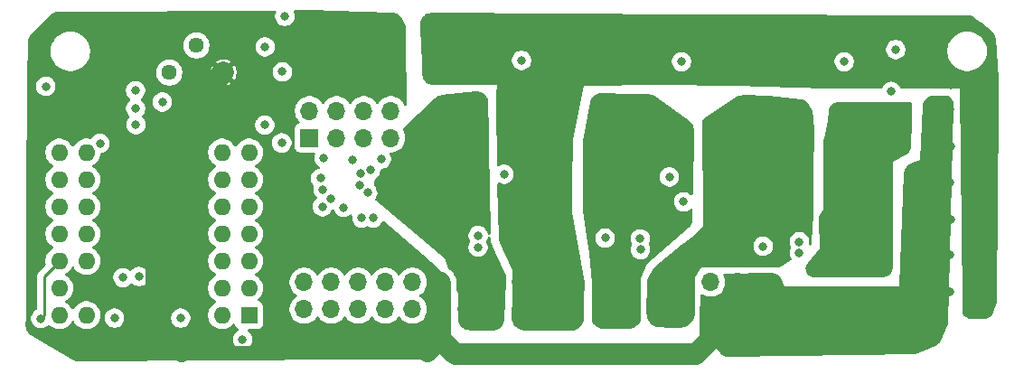
<source format=gbr>
%TF.GenerationSoftware,KiCad,Pcbnew,9.0.1*%
%TF.CreationDate,2025-10-19T14:59:18+02:00*%
%TF.ProjectId,MP6532_board_28-QFN,4d503635-3332-45f6-926f-6172645f3238,rev?*%
%TF.SameCoordinates,Original*%
%TF.FileFunction,Copper,L4,Bot*%
%TF.FilePolarity,Positive*%
%FSLAX46Y46*%
G04 Gerber Fmt 4.6, Leading zero omitted, Abs format (unit mm)*
G04 Created by KiCad (PCBNEW 9.0.1) date 2025-10-19 14:59:18*
%MOMM*%
%LPD*%
G01*
G04 APERTURE LIST*
%TA.AperFunction,ComponentPad*%
%ADD10C,2.400000*%
%TD*%
%TA.AperFunction,ComponentPad*%
%ADD11C,1.440000*%
%TD*%
%TA.AperFunction,ComponentPad*%
%ADD12C,0.500000*%
%TD*%
%TA.AperFunction,SMDPad,CuDef*%
%ADD13R,2.600000X2.600000*%
%TD*%
%TA.AperFunction,ComponentPad*%
%ADD14R,1.700000X1.700000*%
%TD*%
%TA.AperFunction,ComponentPad*%
%ADD15O,1.700000X1.700000*%
%TD*%
%TA.AperFunction,ComponentPad*%
%ADD16R,1.600000X1.600000*%
%TD*%
%TA.AperFunction,ComponentPad*%
%ADD17O,1.600000X1.600000*%
%TD*%
%TA.AperFunction,ViaPad*%
%ADD18C,0.800000*%
%TD*%
%TA.AperFunction,Conductor*%
%ADD19C,2.000000*%
%TD*%
%TA.AperFunction,Conductor*%
%ADD20C,1.000000*%
%TD*%
%TA.AperFunction,Conductor*%
%ADD21C,0.250000*%
%TD*%
G04 APERTURE END LIST*
D10*
%TO.P,H2,1,1*%
%TO.N,LSS*%
X117860000Y-54560000D03*
%TD*%
D11*
%TO.P,RV1,1,1*%
%TO.N,GND*%
X55499000Y-48387000D03*
%TO.P,RV1,2,2*%
%TO.N,/OCREF*%
X52959000Y-45847000D03*
%TO.P,RV1,3,3*%
%TO.N,Net-(R7-Pad1)*%
X50419000Y-48387000D03*
%TD*%
D12*
%TO.P,U1,29,TPAD*%
%TO.N,GND*%
X50250000Y-63400000D03*
X49200000Y-63400000D03*
X49200000Y-64450000D03*
D13*
X49200000Y-63400000D03*
D12*
X50250000Y-64450000D03*
X49200000Y-62350000D03*
X48150000Y-64450000D03*
X50250000Y-62350000D03*
X48150000Y-63400000D03*
X48150000Y-62350000D03*
%TD*%
D10*
%TO.P,H5,1,1*%
%TO.N,GND*%
X113538000Y-71125000D03*
%TD*%
D14*
%TO.P,J1,1,Pin_1*%
%TO.N,/HA*%
X63560000Y-54500000D03*
D15*
%TO.P,J1,2,Pin_2*%
%TO.N,HAIN*%
X63560000Y-51960000D03*
%TO.P,J1,3,Pin_3*%
%TO.N,HBIN*%
X66100000Y-54500000D03*
%TO.P,J1,4,Pin_4*%
%TO.N,/HB*%
X66100000Y-51960000D03*
%TO.P,J1,5,Pin_5*%
%TO.N,/HC*%
X68640000Y-54500000D03*
%TO.P,J1,6,Pin_6*%
%TO.N,HCIN*%
X68640000Y-51960000D03*
%TO.P,J1,7,Pin_7*%
%TO.N,HAIN*%
X71180000Y-54500000D03*
%TO.P,J1,8,Pin_8*%
%TO.N,/HA*%
X71180000Y-51960000D03*
%TD*%
D16*
%TO.P,U2,1,VREG*%
%TO.N,/VREG*%
X57912000Y-71120000D03*
D17*
%TO.P,U2,2,BSTA*%
%TO.N,/BSTA*%
X55372000Y-71120000D03*
%TO.P,U2,3,SHA*%
%TO.N,HAS*%
X57912000Y-68580000D03*
%TO.P,U2,4,GHA*%
%TO.N,/GHA*%
X55372000Y-68580000D03*
%TO.P,U2,5,GLA*%
%TO.N,/GLA*%
X57912000Y-66040000D03*
%TO.P,U2,6,BSTB*%
%TO.N,/BSTB*%
X55372000Y-66040000D03*
%TO.P,U2,7,SHB*%
%TO.N,HBS*%
X57912000Y-63500000D03*
%TO.P,U2,8,GHB*%
%TO.N,/GHB*%
X55372000Y-63500000D03*
%TO.P,U2,9,GLB*%
%TO.N,/GLB*%
X57912000Y-60960000D03*
%TO.P,U2,10,BSTC*%
%TO.N,/BSTC*%
X55372000Y-60960000D03*
%TO.P,U2,11,SHC*%
%TO.N,HCS*%
X57912000Y-58420000D03*
%TO.P,U2,12,GHC*%
%TO.N,/GHC*%
X55372000Y-58420000D03*
%TO.P,U2,13,GLC*%
%TO.N,/GLC*%
X57912000Y-55880000D03*
%TO.P,U2,14,LSS*%
%TO.N,LSS*%
X55372000Y-55880000D03*
%TO.P,U2,15,HC*%
%TO.N,Net-(C9-Pad1)*%
X42672000Y-55880000D03*
%TO.P,U2,16,HB*%
%TO.N,Net-(C8-Pad1)*%
X40132000Y-55880000D03*
%TO.P,U2,17,HA*%
%TO.N,Net-(C7-Pad1)*%
X42672000Y-58420000D03*
%TO.P,U2,18,nBRAKE*%
%TO.N,/nBRAKE*%
X40132000Y-58420000D03*
%TO.P,U2,19,PWM*%
%TO.N,/PWM*%
X42672000Y-60960000D03*
%TO.P,U2,20,DIR*%
%TO.N,/DIR*%
X40132000Y-60960000D03*
%TO.P,U2,21,nFAULT*%
%TO.N,/nFAULT*%
X42672000Y-63500000D03*
%TO.P,U2,22,nSLEEP*%
%TO.N,/nSLEEP*%
X40132000Y-63500000D03*
%TO.P,U2,23,OCREF*%
%TO.N,/OCREF*%
X42672000Y-66040000D03*
%TO.P,U2,24,DT*%
%TO.N,/DT*%
X40132000Y-66040000D03*
%TO.P,U2,25,GND*%
%TO.N,GND*%
X42672000Y-68580000D03*
%TO.P,U2,26,VIN*%
%TO.N,VIN*%
X40132000Y-68580000D03*
%TO.P,U2,27,CPA*%
%TO.N,/CPA*%
X42672000Y-71120000D03*
%TO.P,U2,28,CPB*%
%TO.N,/CPB*%
X40132000Y-71120000D03*
%TD*%
D10*
%TO.P,H1,1,1*%
%TO.N,LSS*%
X113970000Y-54570000D03*
%TD*%
D14*
%TO.P,J2,1,Pin_1*%
%TO.N,GND*%
X106235000Y-68030000D03*
D15*
%TO.P,J2,2,Pin_2*%
X106235000Y-70570000D03*
%TO.P,J2,3,Pin_3*%
X103695000Y-68030000D03*
%TO.P,J2,4,Pin_4*%
X103695000Y-70570000D03*
%TO.P,J2,5,Pin_5*%
%TO.N,Net-(J2-Pad5)*%
X101155000Y-68030000D03*
%TO.P,J2,6,Pin_6*%
%TO.N,GND*%
X101155000Y-70570000D03*
%TO.P,J2,7,Pin_7*%
%TO.N,HCS*%
X98615000Y-68030000D03*
%TO.P,J2,8,Pin_8*%
X98615000Y-70570000D03*
%TO.P,J2,9,Pin_9*%
X96075000Y-68030000D03*
%TO.P,J2,10,Pin_10*%
X96075000Y-70570000D03*
%TO.P,J2,11,Pin_11*%
%TO.N,HBS*%
X93535000Y-68030000D03*
%TO.P,J2,12,Pin_12*%
X93535000Y-70570000D03*
%TO.P,J2,13,Pin_13*%
X90995000Y-68030000D03*
%TO.P,J2,14,Pin_14*%
X90995000Y-70570000D03*
%TO.P,J2,15,Pin_15*%
%TO.N,VIN*%
X88455000Y-68030000D03*
%TO.P,J2,16,Pin_16*%
X88455000Y-70570000D03*
%TO.P,J2,17,Pin_17*%
X85915000Y-68030000D03*
%TO.P,J2,18,Pin_18*%
X85915000Y-70570000D03*
%TO.P,J2,19,Pin_19*%
X83375000Y-68030000D03*
%TO.P,J2,20,Pin_20*%
X83375000Y-70570000D03*
%TO.P,J2,21,Pin_21*%
%TO.N,HAS*%
X80835000Y-68030000D03*
%TO.P,J2,22,Pin_22*%
X80835000Y-70570000D03*
%TO.P,J2,23,Pin_23*%
X78295000Y-68030000D03*
%TO.P,J2,24,Pin_24*%
X78295000Y-70570000D03*
%TO.P,J2,25,Pin_25*%
%TO.N,GND*%
X75755000Y-68030000D03*
%TO.P,J2,26,Pin_26*%
X75755000Y-70570000D03*
%TO.P,J2,27,Pin_27*%
%TO.N,HCIN*%
X73215000Y-68030000D03*
%TO.P,J2,28,Pin_28*%
%TO.N,Net-(J2-Pad28)*%
X73215000Y-70570000D03*
%TO.P,J2,29,Pin_29*%
%TO.N,HBIN*%
X70675000Y-68030000D03*
%TO.P,J2,30,Pin_30*%
%TO.N,/nFAULT*%
X70675000Y-70570000D03*
%TO.P,J2,31,Pin_31*%
%TO.N,HAIN*%
X68135000Y-68030000D03*
%TO.P,J2,32,Pin_32*%
%TO.N,/PWM*%
X68135000Y-70570000D03*
%TO.P,J2,33,Pin_33*%
%TO.N,Net-(J2-Pad33)*%
X65595000Y-68030000D03*
%TO.P,J2,34,Pin_34*%
%TO.N,Net-(J2-Pad34)*%
X65595000Y-70570000D03*
%TO.P,J2,35,Pin_35*%
%TO.N,5V*%
X63055000Y-68030000D03*
%TO.P,J2,36,Pin_36*%
X63055000Y-70570000D03*
%TD*%
D10*
%TO.P,H6,1,1*%
%TO.N,GND*%
X117478000Y-71125000D03*
%TD*%
D18*
%TO.N,HAS*%
X77547989Y-52147989D03*
X72710000Y-61410000D03*
X71460000Y-58980000D03*
X75008680Y-55958680D03*
X77470000Y-57150000D03*
X76200000Y-59690000D03*
X65533884Y-60203063D03*
X74930000Y-59690000D03*
X78740000Y-58420000D03*
X74930000Y-58420000D03*
X77470000Y-59690000D03*
X76200000Y-57150000D03*
X78740000Y-59690000D03*
X70178176Y-59382112D03*
X78740000Y-57150000D03*
X77470000Y-58420000D03*
X77470000Y-55880000D03*
X76200000Y-55880000D03*
X72690000Y-58340000D03*
X74340000Y-62110000D03*
X77470000Y-53340000D03*
X71190000Y-60430000D03*
X72390000Y-59690000D03*
X76200000Y-58420000D03*
X78740000Y-55880000D03*
X74930000Y-57150000D03*
%TO.N,GND*%
X121390000Y-62090000D03*
X121440000Y-55290000D03*
X50100394Y-71024992D03*
X72070000Y-65040000D03*
X121420000Y-65510000D03*
X39780000Y-51830000D03*
X121330000Y-68900000D03*
X43770000Y-49000000D03*
X64285000Y-64860002D03*
X121470000Y-58700000D03*
X123530000Y-68900000D03*
X45900000Y-74700000D03*
X123590000Y-51820000D03*
X123530000Y-65480000D03*
X123570000Y-58700000D03*
X123620000Y-62150000D03*
X123610000Y-55320000D03*
X121470000Y-51750000D03*
X53100000Y-72400000D03*
%TO.N,LSS*%
X115600000Y-60000000D03*
X109460000Y-65260000D03*
X94550000Y-63960000D03*
X115500000Y-57200000D03*
X79355000Y-64755000D03*
X113660000Y-66080000D03*
X115500000Y-65700000D03*
X114500000Y-61100000D03*
X114400000Y-63400000D03*
X113300000Y-57000000D03*
X94580000Y-64980000D03*
X114500000Y-58700000D03*
X115600000Y-62300000D03*
X79370000Y-63660000D03*
X115600000Y-64500000D03*
X112180000Y-66120000D03*
X109460000Y-64240000D03*
%TO.N,VIN*%
X97790000Y-44450000D03*
X92710000Y-48260000D03*
X109220000Y-48260000D03*
X106680000Y-44450000D03*
X126850000Y-63080000D03*
X120200000Y-49200000D03*
X91440000Y-45720000D03*
X76200000Y-46990000D03*
X91440000Y-48260000D03*
X93980000Y-44450000D03*
X77470000Y-48260000D03*
X93980000Y-48260000D03*
X114300000Y-44450000D03*
X78740000Y-44450000D03*
X90170000Y-45720000D03*
X126850000Y-54690000D03*
X107950000Y-45720000D03*
X126850000Y-66520000D03*
X93980000Y-45720000D03*
X106680000Y-45720000D03*
X122030000Y-44160000D03*
X123680000Y-49530000D03*
X126380000Y-49720000D03*
X90170000Y-48260000D03*
X122570000Y-49200000D03*
X86360000Y-44450000D03*
X121460000Y-45810000D03*
X90170000Y-46990000D03*
X121390000Y-49200000D03*
X74930000Y-44450000D03*
X74930000Y-45720000D03*
X78740000Y-45720000D03*
X82550000Y-44450000D03*
X107950000Y-44450000D03*
X111760000Y-44450000D03*
X126820000Y-59580000D03*
X91440000Y-46990000D03*
X74930000Y-48260000D03*
X76200000Y-48260000D03*
X109220000Y-46990000D03*
X74930000Y-46990000D03*
X113030000Y-44450000D03*
X125030000Y-49770000D03*
X105410000Y-44450000D03*
X93980000Y-46990000D03*
X101600000Y-44450000D03*
X78740000Y-46990000D03*
X77470000Y-46990000D03*
X126820000Y-55990000D03*
X126850000Y-69730000D03*
X126790000Y-58010000D03*
X126790000Y-52840000D03*
X126790000Y-61490000D03*
X99060000Y-44450000D03*
X91440000Y-44450000D03*
X83820000Y-44450000D03*
X85090000Y-44450000D03*
X121480000Y-47350000D03*
X105410000Y-48260000D03*
X92710000Y-44450000D03*
X105410000Y-46990000D03*
X92710000Y-46990000D03*
X78740000Y-48260000D03*
X100330000Y-44450000D03*
X106680000Y-48260000D03*
X126850000Y-51530000D03*
X109220000Y-44450000D03*
X77470000Y-45720000D03*
X105410000Y-45720000D03*
X126850000Y-68200000D03*
X106680000Y-46990000D03*
X92710000Y-45720000D03*
X109220000Y-45720000D03*
X77470000Y-44450000D03*
X76200000Y-44450000D03*
X90170000Y-44450000D03*
X107950000Y-46990000D03*
X76200000Y-45720000D03*
X115570000Y-44450000D03*
X107950000Y-48260000D03*
X126820000Y-64900000D03*
%TO.N,Net-(C4-Pad2)*%
X91260000Y-63890000D03*
X98620000Y-60490000D03*
%TO.N,HBS*%
X93980000Y-59690000D03*
X91440000Y-59690000D03*
X91440000Y-55880000D03*
X64840000Y-59340000D03*
X92710000Y-59690000D03*
X93980000Y-58420000D03*
X69024174Y-59614559D03*
X92710000Y-58420000D03*
X93980000Y-55880000D03*
X93980000Y-57150000D03*
X91440000Y-58420000D03*
X90170000Y-57150000D03*
X90170000Y-59690000D03*
X92710000Y-55880000D03*
X92710000Y-53984500D03*
X92710000Y-57150000D03*
X92710000Y-52070000D03*
X90170000Y-58420000D03*
X90170000Y-55880000D03*
X91440000Y-57150000D03*
%TO.N,HCS*%
X101600000Y-59690000D03*
X105410000Y-57150000D03*
X106680000Y-57150000D03*
X101600000Y-58420000D03*
X105410000Y-55880000D03*
X109220000Y-58420000D03*
X109220000Y-55880000D03*
X68291799Y-58934388D03*
X107950000Y-53340000D03*
X102870000Y-59690000D03*
X105410000Y-59690000D03*
X107950000Y-57150000D03*
X101600000Y-57150000D03*
X109220000Y-59690000D03*
X109220000Y-57150000D03*
X106680000Y-58420000D03*
X107950000Y-52070000D03*
X107950000Y-55880000D03*
X102870000Y-55880000D03*
X102870000Y-58420000D03*
X106680000Y-59690000D03*
X107950000Y-59690000D03*
X107950000Y-58420000D03*
X106680000Y-55880000D03*
X102870000Y-57150000D03*
X64600000Y-58300000D03*
X105410000Y-58420000D03*
%TO.N,Net-(C6-Pad2)*%
X118067500Y-50150000D03*
X106060000Y-64660000D03*
%TO.N,Net-(D7-Pad2)*%
X61260000Y-43120000D03*
X61025000Y-48315000D03*
%TO.N,/GHA*%
X83439000Y-47244000D03*
%TO.N,/GLA*%
X69520000Y-62010500D03*
X81788000Y-57912000D03*
X66757477Y-61028667D03*
%TO.N,/GHB*%
X98425000Y-47371000D03*
X67573089Y-56554500D03*
X70300000Y-56500000D03*
%TO.N,/GLB*%
X64780000Y-60960000D03*
X68460000Y-62010500D03*
X97282000Y-58166000D03*
%TO.N,/GHC*%
X113665000Y-47371000D03*
X64919001Y-56378586D03*
X69301665Y-57499855D03*
%TO.N,/GLC*%
X68325214Y-57876374D03*
X60970000Y-54980000D03*
X118491000Y-46228000D03*
%TO.N,/HA*%
X47310000Y-53260000D03*
%TO.N,/HB*%
X47260000Y-50080000D03*
%TO.N,/HC*%
X47280000Y-51750000D03*
X49780000Y-51140000D03*
%TO.N,/nBRAKE*%
X46100000Y-67600000D03*
%TO.N,/DIR*%
X57300000Y-73400000D03*
%TO.N,/nFAULT*%
X59410000Y-45980000D03*
X38867700Y-49677700D03*
%TO.N,/nSLEEP*%
X47600000Y-67500000D03*
X51500000Y-71400000D03*
%TO.N,/DT*%
X38400000Y-71440000D03*
%TO.N,5V*%
X59370000Y-53310000D03*
%TO.N,Net-(C7-Pad1)*%
X43940000Y-55020000D03*
%TO.N,Net-(J2-Pad33)*%
X45300000Y-71400000D03*
%TD*%
D19*
%TO.N,GND*%
X101155000Y-70570000D02*
X101155000Y-73402081D01*
X51580000Y-74550000D02*
X49250000Y-72220000D01*
X49250000Y-57950000D02*
X52500000Y-54700000D01*
X101155000Y-73402081D02*
X99754081Y-74803000D01*
X77216000Y-74803000D02*
X75819000Y-73406000D01*
X52500000Y-54700000D02*
X52500000Y-51386000D01*
X52500000Y-51386000D02*
X55499000Y-48387000D01*
X99754081Y-74803000D02*
X77216000Y-74803000D01*
X75819000Y-73406000D02*
X75819000Y-72136000D01*
X49250000Y-69600000D02*
X49250000Y-69440000D01*
X75819000Y-72136000D02*
X75819000Y-68094000D01*
X75819000Y-73338081D02*
X74607081Y-74550000D01*
X75819000Y-72136000D02*
X75819000Y-73338081D01*
X75819000Y-68094000D02*
X75755000Y-68030000D01*
D20*
X74607081Y-74550000D02*
X51580000Y-74550000D01*
D19*
X49250000Y-72220000D02*
X49250000Y-69600000D01*
X49250000Y-69600000D02*
X49250000Y-57950000D01*
D21*
%TO.N,/DT*%
X40132000Y-66040000D02*
X38700000Y-67472000D01*
X38700000Y-67472000D02*
X38700000Y-71140000D01*
X38700000Y-71140000D02*
X38400000Y-71440000D01*
%TD*%
%TA.AperFunction,Conductor*%
%TO.N,GND*%
G36*
X122970243Y-50524460D02*
G01*
X123148475Y-50539854D01*
X123172947Y-50544438D01*
X123227871Y-50560478D01*
X123338644Y-50592828D01*
X123361741Y-50602137D01*
X123520242Y-50685077D01*
X123530989Y-50691396D01*
X123598311Y-50735607D01*
X123611081Y-50745206D01*
X123731353Y-50848156D01*
X123752758Y-50871789D01*
X123838721Y-50995019D01*
X123853509Y-51023269D01*
X123905784Y-51164131D01*
X123913006Y-51195189D01*
X123929064Y-51352689D01*
X123929674Y-51368651D01*
X123485355Y-68954304D01*
X123485355Y-68954305D01*
X123415081Y-71735620D01*
X123414119Y-71748296D01*
X123391159Y-71929262D01*
X123385440Y-71954005D01*
X123326663Y-72126679D01*
X123321965Y-72138491D01*
X123052959Y-72726552D01*
X123052959Y-72726553D01*
X122706238Y-73484499D01*
X122701142Y-73494445D01*
X122621753Y-73633825D01*
X122609026Y-73652173D01*
X122509864Y-73771053D01*
X122494097Y-73786866D01*
X122375512Y-73886370D01*
X122357202Y-73899151D01*
X122218039Y-73978956D01*
X122208107Y-73984080D01*
X120786654Y-74639345D01*
X120774549Y-74644183D01*
X120597520Y-74704513D01*
X120572139Y-74710320D01*
X120386500Y-74732974D01*
X120373497Y-74733882D01*
X102848324Y-75048274D01*
X102834261Y-75047740D01*
X102633303Y-75028833D01*
X102605793Y-75023097D01*
X102420763Y-74962332D01*
X102395207Y-74950641D01*
X102228241Y-74850372D01*
X102205913Y-74833307D01*
X102060211Y-74693624D01*
X102050612Y-74683333D01*
X101051583Y-73484499D01*
X100492254Y-72813305D01*
X100490187Y-72810756D01*
X100460210Y-72772768D01*
X100456210Y-72767410D01*
X100428323Y-72727905D01*
X100426456Y-72725184D01*
X100333430Y-72585645D01*
X100327088Y-72575037D01*
X100266256Y-72460906D01*
X100256821Y-72438044D01*
X100221256Y-72320193D01*
X100216472Y-72295940D01*
X100204013Y-72167214D01*
X100203428Y-72154851D01*
X100203469Y-72132708D01*
X100203817Y-71941921D01*
X100208689Y-69268719D01*
X100228815Y-69200638D01*
X100282556Y-69154243D01*
X100352848Y-69144267D01*
X100408751Y-69167017D01*
X100442986Y-69191891D01*
X100442988Y-69191892D01*
X100442991Y-69191894D01*
X100633517Y-69288972D01*
X100836878Y-69355047D01*
X100836879Y-69355047D01*
X100836884Y-69355049D01*
X101048084Y-69388500D01*
X101048087Y-69388500D01*
X101261913Y-69388500D01*
X101261916Y-69388500D01*
X101473116Y-69355049D01*
X101676483Y-69288972D01*
X101867009Y-69191894D01*
X102040004Y-69066206D01*
X102191206Y-68915004D01*
X102316894Y-68742009D01*
X102413972Y-68551483D01*
X102480049Y-68348116D01*
X102513500Y-68136916D01*
X102513500Y-67923084D01*
X102480049Y-67711884D01*
X102413972Y-67508517D01*
X102353615Y-67390061D01*
X102340512Y-67320286D01*
X102367212Y-67254502D01*
X102425240Y-67213595D01*
X102465460Y-67206862D01*
X106918608Y-67192237D01*
X106931287Y-67192837D01*
X107107697Y-67210144D01*
X107132624Y-67215168D01*
X107295827Y-67265645D01*
X107319237Y-67275571D01*
X107394109Y-67316680D01*
X107468979Y-67357789D01*
X107489920Y-67372214D01*
X107620105Y-67482823D01*
X107637724Y-67501160D01*
X107743047Y-67635655D01*
X107756624Y-67657154D01*
X107835656Y-67815792D01*
X107840750Y-67827458D01*
X108077000Y-68453000D01*
X108745649Y-68449694D01*
X108745664Y-68449695D01*
X108752025Y-68449663D01*
X108752028Y-68449664D01*
X113525267Y-68426071D01*
X118800000Y-68400000D01*
X119269321Y-57793335D01*
X119270513Y-57780748D01*
X119296663Y-57601195D01*
X119302789Y-57576695D01*
X119362074Y-57411949D01*
X119372962Y-57389169D01*
X119463913Y-57239562D01*
X119479131Y-57219403D01*
X119530247Y-57164205D01*
X119598093Y-57090944D01*
X119617020Y-57074230D01*
X119759223Y-56972074D01*
X119781107Y-56959470D01*
X119946628Y-56885125D01*
X119958392Y-56880536D01*
X120049046Y-56850318D01*
X120800000Y-56600000D01*
X121011023Y-51516760D01*
X121012314Y-51503266D01*
X121032546Y-51368651D01*
X121039418Y-51322927D01*
X121046296Y-51296743D01*
X121108882Y-51132736D01*
X121121197Y-51108627D01*
X121217387Y-50961784D01*
X121234572Y-50940861D01*
X121364804Y-50813183D01*
X121374966Y-50804241D01*
X121437848Y-50754646D01*
X121449075Y-50746744D01*
X121616316Y-50642207D01*
X121641037Y-50630281D01*
X121820412Y-50566766D01*
X121847123Y-50560479D01*
X122042882Y-50536481D01*
X122056571Y-50535556D01*
X122957785Y-50524003D01*
X122970243Y-50524460D01*
G37*
%TD.AperFunction*%
%TD*%
%TA.AperFunction,Conductor*%
%TO.N,LSS*%
G36*
X119940620Y-51150448D02*
G01*
X119987457Y-51203803D01*
X119999154Y-51259574D01*
X119964145Y-52898017D01*
X119913363Y-55274584D01*
X119912577Y-55286204D01*
X119893590Y-55452285D01*
X119888823Y-55475059D01*
X119841346Y-55629215D01*
X119832474Y-55650725D01*
X119757463Y-55793518D01*
X119744786Y-55813031D01*
X119644792Y-55939602D01*
X119628744Y-55956449D01*
X119507189Y-56062469D01*
X119488315Y-56076080D01*
X119344282Y-56160917D01*
X119333986Y-56166357D01*
X118200000Y-56700000D01*
X118200000Y-66589835D01*
X118199390Y-66602216D01*
X118181911Y-66779233D01*
X118177068Y-66803517D01*
X118127122Y-66967728D01*
X118117624Y-66990596D01*
X118036523Y-67141876D01*
X118022735Y-67162445D01*
X117913617Y-67294937D01*
X117896073Y-67312412D01*
X117763147Y-67421008D01*
X117742524Y-67434714D01*
X117590929Y-67515215D01*
X117568030Y-67524620D01*
X117403611Y-67573920D01*
X117379311Y-67578666D01*
X117202226Y-67595445D01*
X117189843Y-67596006D01*
X113714213Y-67582267D01*
X110856482Y-67570970D01*
X110842181Y-67570099D01*
X110680512Y-67550978D01*
X110652667Y-67544414D01*
X110587705Y-67521049D01*
X110506272Y-67491759D01*
X110480624Y-67479082D01*
X110349884Y-67394760D01*
X110327758Y-67376625D01*
X110219407Y-67264980D01*
X110201942Y-67242321D01*
X110121567Y-67109107D01*
X110109670Y-67083105D01*
X110061417Y-66935191D01*
X110055692Y-66907172D01*
X110042052Y-66752186D01*
X110042795Y-66723591D01*
X110064467Y-66569527D01*
X110071643Y-66541836D01*
X110127513Y-66396631D01*
X110140746Y-66371279D01*
X110231990Y-66236426D01*
X110240658Y-66225065D01*
X111379000Y-64897000D01*
X111265883Y-62182193D01*
X111266029Y-62168941D01*
X111278133Y-61979062D01*
X111282584Y-61952967D01*
X111332310Y-61776230D01*
X111342118Y-61751644D01*
X111430807Y-61583291D01*
X111437575Y-61571937D01*
X111513213Y-61459012D01*
X111513213Y-61459010D01*
X111517920Y-61451984D01*
X111517922Y-61451978D01*
X111680000Y-61210000D01*
X111730343Y-54746269D01*
X111730553Y-54739934D01*
X111735966Y-54647858D01*
X111737370Y-54635110D01*
X111738494Y-54628166D01*
X111752114Y-54544080D01*
X111753290Y-54537832D01*
X112105395Y-52898017D01*
X112120000Y-52830000D01*
X112179513Y-52011686D01*
X112181195Y-51998397D01*
X112211533Y-51830873D01*
X112219081Y-51805174D01*
X112281584Y-51654092D01*
X112294395Y-51630576D01*
X112387435Y-51496136D01*
X112404939Y-51475851D01*
X112524301Y-51364136D01*
X112545702Y-51348011D01*
X112685987Y-51264071D01*
X112710307Y-51252838D01*
X112865183Y-51200463D01*
X112891327Y-51194629D01*
X113060505Y-51175432D01*
X113073873Y-51174633D01*
X119872372Y-51130885D01*
X119940620Y-51150448D01*
G37*
%TD.AperFunction*%
%TD*%
%TA.AperFunction,Conductor*%
%TO.N,VIN*%
G36*
X99040965Y-42906417D02*
G01*
X125257421Y-43018493D01*
X125271362Y-43019327D01*
X125360939Y-43029690D01*
X125470380Y-43042353D01*
X125497561Y-43048605D01*
X125679994Y-43112526D01*
X125705133Y-43124606D01*
X125875004Y-43230833D01*
X125886414Y-43238880D01*
X126133665Y-43434667D01*
X126520760Y-43741190D01*
X127470465Y-44493219D01*
X127480251Y-44501828D01*
X127614069Y-44632431D01*
X127630718Y-44652437D01*
X127731196Y-44802314D01*
X127743378Y-44825315D01*
X127810907Y-44992630D01*
X127818104Y-45017647D01*
X127850962Y-45201724D01*
X127852586Y-45214656D01*
X128127005Y-48959137D01*
X128127163Y-48961631D01*
X128129079Y-48997533D01*
X128129246Y-49002538D01*
X128129733Y-49038418D01*
X128129743Y-49040915D01*
X128114373Y-51500349D01*
X128001082Y-69626676D01*
X128000580Y-69637152D01*
X127987121Y-69787115D01*
X127983518Y-69807760D01*
X127945388Y-69953420D01*
X127942312Y-69963447D01*
X127636347Y-70830348D01*
X127631448Y-70842251D01*
X127552539Y-71009217D01*
X127539240Y-71031220D01*
X127431977Y-71173526D01*
X127414488Y-71192370D01*
X127280577Y-71309939D01*
X127259627Y-71324843D01*
X127104634Y-71412785D01*
X127081096Y-71423124D01*
X126911485Y-71477774D01*
X126886337Y-71483121D01*
X126702721Y-71502899D01*
X126689870Y-71503622D01*
X125692348Y-71508712D01*
X125677256Y-71507883D01*
X125461966Y-71483031D01*
X125432622Y-71476006D01*
X125346771Y-71444182D01*
X125229422Y-71400683D01*
X125215591Y-71394589D01*
X125097604Y-71333910D01*
X125082994Y-71325097D01*
X124959408Y-71238615D01*
X124934409Y-71215506D01*
X124843991Y-71105752D01*
X124826088Y-71076782D01*
X124768369Y-70946827D01*
X124758878Y-70914119D01*
X124736808Y-70764912D01*
X124735460Y-70747897D01*
X124724733Y-69797589D01*
X124500000Y-49890000D01*
X123509102Y-49892129D01*
X123509100Y-49892129D01*
X123494391Y-49892160D01*
X119032485Y-49901747D01*
X118964321Y-49881891D01*
X118917713Y-49828335D01*
X118915805Y-49823965D01*
X118872602Y-49719664D01*
X118773178Y-49570865D01*
X118646635Y-49444322D01*
X118497836Y-49344898D01*
X118380929Y-49296473D01*
X118332503Y-49276414D01*
X118332501Y-49276413D01*
X118332500Y-49276413D01*
X118239142Y-49257843D01*
X118156981Y-49241500D01*
X118156979Y-49241500D01*
X117978021Y-49241500D01*
X117978018Y-49241500D01*
X117847271Y-49267507D01*
X117802500Y-49276413D01*
X117802499Y-49276413D01*
X117802496Y-49276414D01*
X117637162Y-49344899D01*
X117488369Y-49444319D01*
X117488362Y-49444324D01*
X117361824Y-49570862D01*
X117361819Y-49570869D01*
X117262397Y-49719664D01*
X117262395Y-49719669D01*
X117217474Y-49828116D01*
X117172926Y-49883397D01*
X117105562Y-49905817D01*
X117101337Y-49905897D01*
X112029177Y-49916796D01*
X112028165Y-49916794D01*
X112013548Y-49916708D01*
X112011536Y-49916680D01*
X111996892Y-49916357D01*
X111996002Y-49916334D01*
X103387475Y-49657285D01*
X103387410Y-49657281D01*
X103378021Y-49656999D01*
X96393006Y-49530000D01*
X96393002Y-49530000D01*
X96393000Y-49530000D01*
X89281000Y-49657000D01*
X89280999Y-49657000D01*
X88265000Y-54736995D01*
X88265000Y-54736997D01*
X88187611Y-58761253D01*
X88138000Y-61341000D01*
X88147300Y-61392504D01*
X88157237Y-61447533D01*
X88157240Y-61447543D01*
X89350420Y-68054814D01*
X89351574Y-68062588D01*
X89364696Y-68175139D01*
X89365538Y-68190882D01*
X89364500Y-68304171D01*
X89364181Y-68312053D01*
X89281000Y-69469001D01*
X89294120Y-71092488D01*
X89296439Y-71379455D01*
X89295883Y-71392338D01*
X89278460Y-71576535D01*
X89273426Y-71601795D01*
X89220825Y-71772392D01*
X89210760Y-71796102D01*
X89124561Y-71952448D01*
X89109885Y-71973614D01*
X88989475Y-72114088D01*
X88980592Y-72123437D01*
X88796331Y-72298483D01*
X88787206Y-72306357D01*
X88650973Y-72412978D01*
X88630676Y-72425941D01*
X88482043Y-72501936D01*
X88459652Y-72510799D01*
X88299283Y-72557126D01*
X88275616Y-72561568D01*
X88103329Y-72577084D01*
X88091284Y-72577590D01*
X83721093Y-72551832D01*
X83708689Y-72551146D01*
X83531389Y-72532545D01*
X83507081Y-72527537D01*
X83342829Y-72476399D01*
X83319976Y-72466725D01*
X83163450Y-72381394D01*
X83152848Y-72374917D01*
X82930905Y-72223807D01*
X82920789Y-72216145D01*
X82781351Y-72099051D01*
X82763677Y-72080880D01*
X82654466Y-71943247D01*
X82640791Y-71921913D01*
X82561330Y-71765189D01*
X82552203Y-71741550D01*
X82505724Y-71572103D01*
X82501512Y-71547109D01*
X82498581Y-71502899D01*
X82489465Y-71365417D01*
X82489265Y-71352747D01*
X82490451Y-71318467D01*
X82550000Y-69596000D01*
X82550000Y-66929000D01*
X81367809Y-64328180D01*
X81363120Y-64316297D01*
X81304537Y-64142512D01*
X81298875Y-64117622D01*
X81276524Y-63935569D01*
X81275613Y-63922844D01*
X81170320Y-58829768D01*
X81188910Y-58761253D01*
X81241593Y-58713661D01*
X81311643Y-58702107D01*
X81351898Y-58714847D01*
X81351946Y-58714733D01*
X81353273Y-58715283D01*
X81355694Y-58716049D01*
X81357659Y-58717099D01*
X81357660Y-58717099D01*
X81357664Y-58717102D01*
X81523000Y-58785587D01*
X81698521Y-58820500D01*
X81698522Y-58820500D01*
X81877478Y-58820500D01*
X81877479Y-58820500D01*
X82053000Y-58785587D01*
X82218336Y-58717102D01*
X82367135Y-58617678D01*
X82493678Y-58491135D01*
X82593102Y-58342336D01*
X82661587Y-58177000D01*
X82696500Y-58001479D01*
X82696500Y-57822521D01*
X82661587Y-57647000D01*
X82593102Y-57481664D01*
X82493678Y-57332865D01*
X82367135Y-57206322D01*
X82218336Y-57106898D01*
X82101429Y-57058473D01*
X82053003Y-57038414D01*
X82053001Y-57038413D01*
X82053000Y-57038413D01*
X81964645Y-57020838D01*
X81877481Y-57003500D01*
X81877479Y-57003500D01*
X81698521Y-57003500D01*
X81698518Y-57003500D01*
X81567771Y-57029507D01*
X81523000Y-57038413D01*
X81522999Y-57038413D01*
X81522996Y-57038414D01*
X81357660Y-57106899D01*
X81328959Y-57126077D01*
X81261206Y-57147291D01*
X81192739Y-57128507D01*
X81145297Y-57075689D01*
X81132987Y-57023919D01*
X81018822Y-51501717D01*
X81018796Y-51499007D01*
X81018879Y-51457799D01*
X81019021Y-51452097D01*
X81020965Y-51411113D01*
X81021132Y-51408258D01*
X81086018Y-50484066D01*
X81086018Y-50484045D01*
X81153000Y-49530000D01*
X81152999Y-49530000D01*
X75137017Y-49530000D01*
X75124962Y-49529422D01*
X74952564Y-49512852D01*
X74928896Y-49508260D01*
X74768632Y-49460879D01*
X74746273Y-49451864D01*
X74731748Y-49444319D01*
X74597959Y-49374822D01*
X74577734Y-49361717D01*
X74556537Y-49344899D01*
X74446816Y-49257843D01*
X74429451Y-49241122D01*
X74320711Y-49114210D01*
X74306850Y-49094488D01*
X74224271Y-48949186D01*
X74214420Y-48927184D01*
X74161028Y-48768815D01*
X74155550Y-48745349D01*
X74132491Y-48573693D01*
X74131459Y-48561669D01*
X74119339Y-48240500D01*
X74078359Y-47154518D01*
X82530500Y-47154518D01*
X82530500Y-47154521D01*
X82530500Y-47333479D01*
X82565413Y-47509000D01*
X82633898Y-47674336D01*
X82733322Y-47823135D01*
X82859865Y-47949678D01*
X83008664Y-48049102D01*
X83174000Y-48117587D01*
X83349521Y-48152500D01*
X83349522Y-48152500D01*
X83528478Y-48152500D01*
X83528479Y-48152500D01*
X83704000Y-48117587D01*
X83869336Y-48049102D01*
X84018135Y-47949678D01*
X84144678Y-47823135D01*
X84244102Y-47674336D01*
X84312587Y-47509000D01*
X84347500Y-47333479D01*
X84347500Y-47281518D01*
X97516500Y-47281518D01*
X97516500Y-47281521D01*
X97516500Y-47460479D01*
X97551413Y-47636000D01*
X97619898Y-47801336D01*
X97719322Y-47950135D01*
X97845865Y-48076678D01*
X97994664Y-48176102D01*
X98160000Y-48244587D01*
X98335521Y-48279500D01*
X98335522Y-48279500D01*
X98514478Y-48279500D01*
X98514479Y-48279500D01*
X98690000Y-48244587D01*
X98855336Y-48176102D01*
X99004135Y-48076678D01*
X99130678Y-47950135D01*
X99230102Y-47801336D01*
X99298587Y-47636000D01*
X99333500Y-47460479D01*
X99333500Y-47281521D01*
X99333499Y-47281518D01*
X112756500Y-47281518D01*
X112756500Y-47281521D01*
X112756500Y-47460479D01*
X112791413Y-47636000D01*
X112859898Y-47801336D01*
X112959322Y-47950135D01*
X113085865Y-48076678D01*
X113234664Y-48176102D01*
X113400000Y-48244587D01*
X113575521Y-48279500D01*
X113575522Y-48279500D01*
X113754478Y-48279500D01*
X113754479Y-48279500D01*
X113930000Y-48244587D01*
X114095336Y-48176102D01*
X114244135Y-48076678D01*
X114370678Y-47950135D01*
X114470102Y-47801336D01*
X114538587Y-47636000D01*
X114573500Y-47460479D01*
X114573500Y-47281521D01*
X114538587Y-47106000D01*
X114470102Y-46940664D01*
X114370678Y-46791865D01*
X114244135Y-46665322D01*
X114095336Y-46565898D01*
X113963480Y-46511281D01*
X113930003Y-46497414D01*
X113930001Y-46497413D01*
X113930000Y-46497413D01*
X113841645Y-46479838D01*
X113754481Y-46462500D01*
X113754479Y-46462500D01*
X113575521Y-46462500D01*
X113575518Y-46462500D01*
X113444771Y-46488507D01*
X113400000Y-46497413D01*
X113399999Y-46497413D01*
X113399996Y-46497414D01*
X113234662Y-46565899D01*
X113085869Y-46665319D01*
X113085862Y-46665324D01*
X112959324Y-46791862D01*
X112959319Y-46791869D01*
X112859899Y-46940662D01*
X112791414Y-47105996D01*
X112756500Y-47281518D01*
X99333499Y-47281518D01*
X99298587Y-47106000D01*
X99230102Y-46940664D01*
X99130678Y-46791865D01*
X99004135Y-46665322D01*
X98855336Y-46565898D01*
X98723480Y-46511281D01*
X98690003Y-46497414D01*
X98690001Y-46497413D01*
X98690000Y-46497413D01*
X98601645Y-46479838D01*
X98514481Y-46462500D01*
X98514479Y-46462500D01*
X98335521Y-46462500D01*
X98335518Y-46462500D01*
X98204771Y-46488507D01*
X98160000Y-46497413D01*
X98159999Y-46497413D01*
X98159996Y-46497414D01*
X97994662Y-46565899D01*
X97845869Y-46665319D01*
X97845862Y-46665324D01*
X97719324Y-46791862D01*
X97719319Y-46791869D01*
X97619899Y-46940662D01*
X97551414Y-47105996D01*
X97516500Y-47281518D01*
X84347500Y-47281518D01*
X84347500Y-47154521D01*
X84312587Y-46979000D01*
X84244102Y-46813664D01*
X84144678Y-46664865D01*
X84018135Y-46538322D01*
X83869336Y-46438898D01*
X83752429Y-46390473D01*
X83704003Y-46370414D01*
X83704001Y-46370413D01*
X83704000Y-46370413D01*
X83615645Y-46352838D01*
X83528481Y-46335500D01*
X83528479Y-46335500D01*
X83349521Y-46335500D01*
X83349518Y-46335500D01*
X83218771Y-46361507D01*
X83174000Y-46370413D01*
X83173999Y-46370413D01*
X83173996Y-46370414D01*
X83008662Y-46438899D01*
X82859869Y-46538319D01*
X82859862Y-46538324D01*
X82733324Y-46664862D01*
X82733319Y-46664869D01*
X82633899Y-46813662D01*
X82565414Y-46978996D01*
X82530500Y-47154518D01*
X74078359Y-47154518D01*
X74040019Y-46138518D01*
X117582500Y-46138518D01*
X117582500Y-46317481D01*
X117593029Y-46370413D01*
X117617413Y-46493000D01*
X117685898Y-46658336D01*
X117785322Y-46807135D01*
X117911865Y-46933678D01*
X118060664Y-47033102D01*
X118226000Y-47101587D01*
X118401521Y-47136500D01*
X118401522Y-47136500D01*
X118580478Y-47136500D01*
X118580479Y-47136500D01*
X118756000Y-47101587D01*
X118921336Y-47033102D01*
X119070135Y-46933678D01*
X119196678Y-46807135D01*
X119296102Y-46658336D01*
X119364587Y-46493000D01*
X119399500Y-46317479D01*
X119399500Y-46268709D01*
X123319500Y-46268709D01*
X123319500Y-46511290D01*
X123351160Y-46751782D01*
X123413944Y-46986095D01*
X123413945Y-46986097D01*
X123413946Y-46986100D01*
X123506776Y-47210212D01*
X123506777Y-47210213D01*
X123506782Y-47210224D01*
X123628061Y-47420285D01*
X123628063Y-47420288D01*
X123628064Y-47420289D01*
X123775735Y-47612738D01*
X123775739Y-47612742D01*
X123775744Y-47612748D01*
X123947251Y-47784255D01*
X123947256Y-47784259D01*
X123947262Y-47784265D01*
X124139711Y-47931936D01*
X124139714Y-47931938D01*
X124349775Y-48053217D01*
X124349779Y-48053218D01*
X124349788Y-48053224D01*
X124573900Y-48146054D01*
X124808211Y-48208838D01*
X124808215Y-48208838D01*
X124808217Y-48208839D01*
X124870202Y-48216999D01*
X125048712Y-48240500D01*
X125048719Y-48240500D01*
X125291281Y-48240500D01*
X125291288Y-48240500D01*
X125508637Y-48211885D01*
X125531782Y-48208839D01*
X125531782Y-48208838D01*
X125531789Y-48208838D01*
X125766100Y-48146054D01*
X125990212Y-48053224D01*
X126200289Y-47931936D01*
X126392738Y-47784265D01*
X126564265Y-47612738D01*
X126711936Y-47420289D01*
X126833224Y-47210212D01*
X126926054Y-46986100D01*
X126988838Y-46751789D01*
X127020500Y-46511288D01*
X127020500Y-46268712D01*
X126988838Y-46028211D01*
X126926054Y-45793900D01*
X126833224Y-45569788D01*
X126833218Y-45569779D01*
X126833217Y-45569775D01*
X126711938Y-45359714D01*
X126707871Y-45354414D01*
X126564265Y-45167262D01*
X126564259Y-45167256D01*
X126564255Y-45167251D01*
X126392748Y-44995744D01*
X126392742Y-44995739D01*
X126392738Y-44995735D01*
X126200289Y-44848064D01*
X126200288Y-44848063D01*
X126200285Y-44848061D01*
X125990224Y-44726782D01*
X125990216Y-44726778D01*
X125990212Y-44726776D01*
X125766100Y-44633946D01*
X125766097Y-44633945D01*
X125766095Y-44633944D01*
X125531782Y-44571160D01*
X125291290Y-44539500D01*
X125291288Y-44539500D01*
X125048712Y-44539500D01*
X125048709Y-44539500D01*
X124808217Y-44571160D01*
X124573904Y-44633944D01*
X124573900Y-44633946D01*
X124349786Y-44726777D01*
X124349775Y-44726782D01*
X124139714Y-44848061D01*
X123947262Y-44995735D01*
X123947251Y-44995744D01*
X123775744Y-45167251D01*
X123775735Y-45167262D01*
X123628061Y-45359714D01*
X123506782Y-45569775D01*
X123506777Y-45569786D01*
X123413946Y-45793900D01*
X123413944Y-45793904D01*
X123351160Y-46028217D01*
X123319500Y-46268709D01*
X119399500Y-46268709D01*
X119399500Y-46138521D01*
X119364587Y-45963000D01*
X119296102Y-45797664D01*
X119196678Y-45648865D01*
X119070135Y-45522322D01*
X118921336Y-45422898D01*
X118768798Y-45359714D01*
X118756003Y-45354414D01*
X118756001Y-45354413D01*
X118756000Y-45354413D01*
X118667645Y-45336838D01*
X118580481Y-45319500D01*
X118580479Y-45319500D01*
X118401521Y-45319500D01*
X118401518Y-45319500D01*
X118270771Y-45345507D01*
X118226000Y-45354413D01*
X118225999Y-45354413D01*
X118225996Y-45354414D01*
X118060662Y-45422899D01*
X117911869Y-45522319D01*
X117911862Y-45522324D01*
X117785324Y-45648862D01*
X117785319Y-45648869D01*
X117685899Y-45797662D01*
X117617414Y-45962996D01*
X117582500Y-46138518D01*
X74040019Y-46138518D01*
X73953566Y-43847495D01*
X73953726Y-43834828D01*
X73965210Y-43653014D01*
X73969345Y-43628008D01*
X74015331Y-43458343D01*
X74024388Y-43434674D01*
X74103411Y-43277663D01*
X74117032Y-43256275D01*
X74137101Y-43230833D01*
X74225896Y-43118264D01*
X74243519Y-43100043D01*
X74377809Y-42986629D01*
X74398726Y-42972302D01*
X74553006Y-42888074D01*
X74576367Y-42878227D01*
X74744396Y-42826594D01*
X74769251Y-42821626D01*
X74950557Y-42804070D01*
X74963232Y-42803485D01*
X99040965Y-42906417D01*
G37*
%TD.AperFunction*%
%TD*%
%TA.AperFunction,Conductor*%
%TO.N,HAS*%
G36*
X79404008Y-50157427D02*
G01*
X79580483Y-50193379D01*
X79605266Y-50201161D01*
X79770617Y-50272548D01*
X79793283Y-50285252D01*
X79940467Y-50389031D01*
X79960046Y-50406114D01*
X80025260Y-50476107D01*
X80082819Y-50537883D01*
X80098473Y-50558614D01*
X80163266Y-50665856D01*
X80191605Y-50712761D01*
X80202677Y-50736267D01*
X80262210Y-50906240D01*
X80268225Y-50931518D01*
X80292479Y-51116583D01*
X80293501Y-51129552D01*
X80370500Y-53978521D01*
X80390804Y-54729737D01*
X80390815Y-54730177D01*
X80390965Y-54736552D01*
X80390982Y-54737399D01*
X80391090Y-54743825D01*
X80391094Y-54744107D01*
X80394793Y-55021478D01*
X80399163Y-55349278D01*
X80507019Y-63438439D01*
X80487927Y-63506821D01*
X80434896Y-63554025D01*
X80364763Y-63565064D01*
X80299794Y-63536435D01*
X80260618Y-63477226D01*
X80257451Y-63464701D01*
X80243587Y-63395000D01*
X80175102Y-63229664D01*
X80075678Y-63080865D01*
X79949135Y-62954322D01*
X79800336Y-62854898D01*
X79667312Y-62799797D01*
X79635003Y-62786414D01*
X79635001Y-62786413D01*
X79635000Y-62786413D01*
X79546645Y-62768838D01*
X79459481Y-62751500D01*
X79459479Y-62751500D01*
X79280521Y-62751500D01*
X79280518Y-62751500D01*
X79149771Y-62777507D01*
X79105000Y-62786413D01*
X79104999Y-62786413D01*
X79104996Y-62786414D01*
X78939662Y-62854899D01*
X78790869Y-62954319D01*
X78790862Y-62954324D01*
X78664324Y-63080862D01*
X78664319Y-63080869D01*
X78564899Y-63229662D01*
X78496414Y-63394996D01*
X78461500Y-63570518D01*
X78461500Y-63749481D01*
X78464540Y-63764763D01*
X78494756Y-63916672D01*
X78496414Y-63925003D01*
X78564898Y-64090336D01*
X78588911Y-64126274D01*
X78610125Y-64194027D01*
X78591341Y-64262494D01*
X78588911Y-64266276D01*
X78549898Y-64324663D01*
X78481414Y-64489996D01*
X78446500Y-64665518D01*
X78446500Y-64665521D01*
X78446500Y-64844479D01*
X78481413Y-65020000D01*
X78549898Y-65185336D01*
X78649322Y-65334135D01*
X78775865Y-65460678D01*
X78924664Y-65560102D01*
X79090000Y-65628587D01*
X79265521Y-65663500D01*
X79265522Y-65663500D01*
X79444478Y-65663500D01*
X79444479Y-65663500D01*
X79620000Y-65628587D01*
X79785336Y-65560102D01*
X79934135Y-65460678D01*
X80060678Y-65334135D01*
X80160102Y-65185336D01*
X80228587Y-65020000D01*
X80263500Y-64844479D01*
X80263500Y-64665521D01*
X80228587Y-64490000D01*
X80160102Y-64324664D01*
X80136089Y-64288726D01*
X80114874Y-64220973D01*
X80133657Y-64152506D01*
X80136090Y-64148721D01*
X80164374Y-64106391D01*
X80175102Y-64090336D01*
X80243587Y-63925000D01*
X80262946Y-63827671D01*
X80295853Y-63764763D01*
X80357548Y-63729631D01*
X80428443Y-63733431D01*
X80486029Y-63774957D01*
X80512023Y-63841023D01*
X80512514Y-63850574D01*
X80517999Y-64261999D01*
X80518000Y-64262000D01*
X80613445Y-64460844D01*
X80613447Y-64460849D01*
X81093364Y-65460675D01*
X81928070Y-67199646D01*
X81933983Y-67214237D01*
X82005505Y-67428275D01*
X82011670Y-67459088D01*
X82028005Y-67684177D01*
X82028161Y-67699919D01*
X81915000Y-69849991D01*
X81914709Y-69857918D01*
X81855428Y-71470347D01*
X81854370Y-71482654D01*
X81830543Y-71658308D01*
X81824847Y-71682318D01*
X81769266Y-71844072D01*
X81759001Y-71866511D01*
X81672958Y-72014334D01*
X81658517Y-72034341D01*
X81541198Y-72167223D01*
X81532578Y-72176072D01*
X81415284Y-72285220D01*
X81406191Y-72292912D01*
X81270625Y-72397017D01*
X81250468Y-72409664D01*
X81103084Y-72483742D01*
X81080909Y-72492372D01*
X80922232Y-72537418D01*
X80898830Y-72541726D01*
X80728552Y-72556659D01*
X80716650Y-72557138D01*
X78581390Y-72541995D01*
X78570109Y-72541408D01*
X78408730Y-72525741D01*
X78386548Y-72521557D01*
X78235996Y-72478889D01*
X78214920Y-72470814D01*
X78069303Y-72399476D01*
X78059391Y-72394056D01*
X77972040Y-72341073D01*
X77960043Y-72332812D01*
X77814821Y-72219896D01*
X77794075Y-72199513D01*
X77683225Y-72062030D01*
X77667705Y-72037433D01*
X77588157Y-71871582D01*
X77582627Y-71858107D01*
X77577795Y-71844072D01*
X77534755Y-71719050D01*
X77531840Y-71709321D01*
X77495560Y-71567649D01*
X77492121Y-71547594D01*
X77479126Y-71401938D01*
X77478632Y-71391795D01*
X77466162Y-69857912D01*
X77460000Y-69100000D01*
X77335725Y-68773137D01*
X77327500Y-68728358D01*
X77327500Y-68217939D01*
X77327501Y-68217914D01*
X77327501Y-67975281D01*
X77327501Y-67975278D01*
X77290357Y-67740759D01*
X77216982Y-67514937D01*
X77181699Y-67445691D01*
X77109185Y-67303373D01*
X77106306Y-67299411D01*
X77033823Y-67199646D01*
X76969620Y-67111278D01*
X76969617Y-67111275D01*
X76969615Y-67111272D01*
X76798588Y-66940245D01*
X76798559Y-66940218D01*
X76737721Y-66879380D01*
X76599511Y-66778964D01*
X76556158Y-66722743D01*
X76555882Y-66722027D01*
X76200000Y-65786000D01*
X72378120Y-62577603D01*
X69764823Y-60383789D01*
X69755910Y-60375543D01*
X69739684Y-60359010D01*
X69706244Y-60296381D01*
X69711972Y-60225616D01*
X69727230Y-60199386D01*
X69726413Y-60198841D01*
X69767671Y-60137093D01*
X69829276Y-60044895D01*
X69897761Y-59879559D01*
X69932674Y-59704038D01*
X69932674Y-59525080D01*
X69897761Y-59349559D01*
X69829276Y-59184223D01*
X69729852Y-59035424D01*
X69628389Y-58933961D01*
X69594363Y-58871649D01*
X69596551Y-58809497D01*
X69734238Y-58338815D01*
X69772558Y-58279056D01*
X69785140Y-58269450D01*
X69880800Y-58205533D01*
X70007343Y-58078990D01*
X70106767Y-57930191D01*
X70175252Y-57764855D01*
X70210165Y-57589334D01*
X70210165Y-57534500D01*
X70230167Y-57466379D01*
X70283823Y-57419886D01*
X70336165Y-57408500D01*
X70389478Y-57408500D01*
X70389479Y-57408500D01*
X70565000Y-57373587D01*
X70730336Y-57305102D01*
X70879135Y-57205678D01*
X71005678Y-57079135D01*
X71105102Y-56930336D01*
X71173587Y-56765000D01*
X71208500Y-56589479D01*
X71208500Y-56410521D01*
X71173587Y-56235000D01*
X71105102Y-56069664D01*
X71094970Y-56054501D01*
X71073756Y-55986749D01*
X71092539Y-55918282D01*
X71145356Y-55870839D01*
X71199736Y-55858500D01*
X71286913Y-55858500D01*
X71286916Y-55858500D01*
X71498116Y-55825049D01*
X71701483Y-55758972D01*
X71892009Y-55661894D01*
X72065004Y-55536206D01*
X72216206Y-55385004D01*
X72341894Y-55212009D01*
X72438972Y-55021483D01*
X72505049Y-54818116D01*
X72538500Y-54606916D01*
X72538500Y-54393084D01*
X72505049Y-54181884D01*
X72438972Y-53978517D01*
X72341894Y-53787991D01*
X72334139Y-53777317D01*
X72310281Y-53710450D01*
X72326361Y-53641298D01*
X72348851Y-53612327D01*
X75285944Y-50795117D01*
X75296363Y-50786162D01*
X75452897Y-50665852D01*
X75476372Y-50651588D01*
X75648970Y-50571019D01*
X75674984Y-50562182D01*
X75867722Y-50519448D01*
X75881296Y-50517209D01*
X79178531Y-50156685D01*
X79191499Y-50155941D01*
X79378152Y-50154894D01*
X79404008Y-50157427D01*
G37*
%TD.AperFunction*%
%TD*%
%TA.AperFunction,Conductor*%
%TO.N,GND*%
G36*
X63638992Y-42550148D02*
G01*
X63640982Y-42550172D01*
X63656992Y-42550510D01*
X63657736Y-42550529D01*
X68420357Y-42692953D01*
X71380320Y-42781469D01*
X71394094Y-42782641D01*
X71590851Y-42810346D01*
X71617645Y-42817183D01*
X71797084Y-42884697D01*
X71821739Y-42897216D01*
X71912232Y-42956485D01*
X71982114Y-43002254D01*
X72003451Y-43019858D01*
X72137040Y-43157359D01*
X72154021Y-43179195D01*
X72258041Y-43348479D01*
X72264633Y-43360662D01*
X72494254Y-43847150D01*
X72499350Y-43859639D01*
X72562767Y-44042460D01*
X72568825Y-44068710D01*
X72591927Y-44260827D01*
X72592818Y-44274286D01*
X72605702Y-45299014D01*
X72682285Y-51390925D01*
X72663141Y-51459292D01*
X72610074Y-51506456D01*
X72539932Y-51517442D01*
X72474986Y-51488763D01*
X72441423Y-51442824D01*
X72441219Y-51442928D01*
X72440573Y-51441661D01*
X72439880Y-51440712D01*
X72438976Y-51438532D01*
X72438972Y-51438517D01*
X72341894Y-51247991D01*
X72216206Y-51074996D01*
X72216203Y-51074993D01*
X72216201Y-51074990D01*
X72065009Y-50923798D01*
X72065006Y-50923796D01*
X72065004Y-50923794D01*
X71927814Y-50824120D01*
X71892012Y-50798108D01*
X71892011Y-50798107D01*
X71892009Y-50798106D01*
X71701483Y-50701028D01*
X71701480Y-50701027D01*
X71701478Y-50701026D01*
X71498120Y-50634952D01*
X71498123Y-50634952D01*
X71458801Y-50628724D01*
X71286916Y-50601500D01*
X71073084Y-50601500D01*
X70861884Y-50634951D01*
X70861878Y-50634952D01*
X70658521Y-50701026D01*
X70658515Y-50701029D01*
X70467987Y-50798108D01*
X70294993Y-50923796D01*
X70294990Y-50923798D01*
X70143798Y-51074990D01*
X70143796Y-51074993D01*
X70018108Y-51247987D01*
X70017434Y-51249088D01*
X70017068Y-51249418D01*
X70015196Y-51251996D01*
X70014654Y-51251602D01*
X69964787Y-51296721D01*
X69894745Y-51308328D01*
X69829547Y-51280226D01*
X69804976Y-51251870D01*
X69804804Y-51251996D01*
X69803341Y-51249982D01*
X69802566Y-51249088D01*
X69801896Y-51247996D01*
X69801894Y-51247991D01*
X69676206Y-51074996D01*
X69676203Y-51074993D01*
X69676201Y-51074990D01*
X69525009Y-50923798D01*
X69525006Y-50923796D01*
X69525004Y-50923794D01*
X69387814Y-50824120D01*
X69352012Y-50798108D01*
X69352011Y-50798107D01*
X69352009Y-50798106D01*
X69161483Y-50701028D01*
X69161480Y-50701027D01*
X69161478Y-50701026D01*
X68958120Y-50634952D01*
X68958123Y-50634952D01*
X68918801Y-50628724D01*
X68746916Y-50601500D01*
X68533084Y-50601500D01*
X68321884Y-50634951D01*
X68321878Y-50634952D01*
X68118521Y-50701026D01*
X68118515Y-50701029D01*
X67927987Y-50798108D01*
X67754993Y-50923796D01*
X67754990Y-50923798D01*
X67603798Y-51074990D01*
X67603796Y-51074993D01*
X67478108Y-51247987D01*
X67477434Y-51249088D01*
X67477068Y-51249418D01*
X67475196Y-51251996D01*
X67474654Y-51251602D01*
X67424787Y-51296721D01*
X67354745Y-51308328D01*
X67289547Y-51280226D01*
X67264976Y-51251870D01*
X67264804Y-51251996D01*
X67263341Y-51249982D01*
X67262566Y-51249088D01*
X67261896Y-51247996D01*
X67261894Y-51247991D01*
X67136206Y-51074996D01*
X67136203Y-51074993D01*
X67136201Y-51074990D01*
X66985009Y-50923798D01*
X66985006Y-50923796D01*
X66985004Y-50923794D01*
X66847814Y-50824120D01*
X66812012Y-50798108D01*
X66812011Y-50798107D01*
X66812009Y-50798106D01*
X66621483Y-50701028D01*
X66621480Y-50701027D01*
X66621478Y-50701026D01*
X66418120Y-50634952D01*
X66418123Y-50634952D01*
X66378801Y-50628724D01*
X66206916Y-50601500D01*
X65993084Y-50601500D01*
X65781884Y-50634951D01*
X65781878Y-50634952D01*
X65578521Y-50701026D01*
X65578515Y-50701029D01*
X65387987Y-50798108D01*
X65214993Y-50923796D01*
X65214990Y-50923798D01*
X65063798Y-51074990D01*
X65063796Y-51074993D01*
X64938108Y-51247987D01*
X64937434Y-51249088D01*
X64937068Y-51249418D01*
X64935196Y-51251996D01*
X64934654Y-51251602D01*
X64884787Y-51296721D01*
X64814745Y-51308328D01*
X64749547Y-51280226D01*
X64724976Y-51251870D01*
X64724804Y-51251996D01*
X64723341Y-51249982D01*
X64722566Y-51249088D01*
X64721896Y-51247996D01*
X64721894Y-51247991D01*
X64596206Y-51074996D01*
X64596203Y-51074993D01*
X64596201Y-51074990D01*
X64445009Y-50923798D01*
X64445006Y-50923796D01*
X64445004Y-50923794D01*
X64307814Y-50824120D01*
X64272012Y-50798108D01*
X64272011Y-50798107D01*
X64272009Y-50798106D01*
X64081483Y-50701028D01*
X64081480Y-50701027D01*
X64081478Y-50701026D01*
X63878120Y-50634952D01*
X63878123Y-50634952D01*
X63838801Y-50628724D01*
X63666916Y-50601500D01*
X63453084Y-50601500D01*
X63241884Y-50634951D01*
X63241878Y-50634952D01*
X63038521Y-50701026D01*
X63038515Y-50701029D01*
X62847987Y-50798108D01*
X62674993Y-50923796D01*
X62674990Y-50923798D01*
X62523798Y-51074990D01*
X62523796Y-51074993D01*
X62398108Y-51247987D01*
X62301029Y-51438515D01*
X62301026Y-51438521D01*
X62234952Y-51641878D01*
X62234951Y-51641883D01*
X62234951Y-51641884D01*
X62201500Y-51853084D01*
X62201500Y-52066916D01*
X62228513Y-52237468D01*
X62234952Y-52278121D01*
X62301026Y-52481478D01*
X62301028Y-52481483D01*
X62398106Y-52672009D01*
X62523794Y-52845004D01*
X62523796Y-52845006D01*
X62523798Y-52845009D01*
X62626770Y-52947981D01*
X62660796Y-53010293D01*
X62655731Y-53081108D01*
X62613184Y-53137944D01*
X62581708Y-53155131D01*
X62463797Y-53199110D01*
X62463792Y-53199112D01*
X62346738Y-53286738D01*
X62259112Y-53403792D01*
X62259110Y-53403797D01*
X62208011Y-53540795D01*
X62208009Y-53540803D01*
X62201500Y-53601350D01*
X62201500Y-55398649D01*
X62208009Y-55459196D01*
X62208011Y-55459204D01*
X62259110Y-55596202D01*
X62259112Y-55596207D01*
X62346738Y-55713261D01*
X62463792Y-55800887D01*
X62463794Y-55800888D01*
X62463796Y-55800889D01*
X62522875Y-55822924D01*
X62600795Y-55851988D01*
X62600803Y-55851990D01*
X62661350Y-55858499D01*
X62661355Y-55858499D01*
X62661362Y-55858500D01*
X63962502Y-55858500D01*
X64030623Y-55878502D01*
X64077116Y-55932158D01*
X64087220Y-56002432D01*
X64078910Y-56032719D01*
X64045416Y-56113578D01*
X64045414Y-56113584D01*
X64045414Y-56113586D01*
X64031223Y-56184929D01*
X64010501Y-56289104D01*
X64010501Y-56289107D01*
X64010501Y-56468065D01*
X64041969Y-56626268D01*
X64045415Y-56643589D01*
X64065474Y-56692015D01*
X64113899Y-56808922D01*
X64213323Y-56957721D01*
X64339866Y-57084264D01*
X64446324Y-57155397D01*
X64480419Y-57178178D01*
X64525946Y-57232654D01*
X64534795Y-57303098D01*
X64504154Y-57367142D01*
X64443752Y-57404453D01*
X64434999Y-57406522D01*
X64415624Y-57410376D01*
X64335000Y-57426413D01*
X64334998Y-57426413D01*
X64334997Y-57426414D01*
X64169662Y-57494899D01*
X64020869Y-57594319D01*
X64020862Y-57594324D01*
X63894324Y-57720862D01*
X63894319Y-57720869D01*
X63794899Y-57869662D01*
X63726414Y-58034996D01*
X63691500Y-58210518D01*
X63691500Y-58389481D01*
X63702861Y-58446597D01*
X63726413Y-58565000D01*
X63794898Y-58730336D01*
X63894322Y-58879135D01*
X63894324Y-58879137D01*
X63943133Y-58927946D01*
X63977159Y-58990258D01*
X63972094Y-59061073D01*
X63970449Y-59065254D01*
X63966416Y-59074991D01*
X63966413Y-59074999D01*
X63931500Y-59250518D01*
X63931500Y-59250521D01*
X63931500Y-59429479D01*
X63966413Y-59605000D01*
X64034898Y-59770336D01*
X64134322Y-59919135D01*
X64134324Y-59919137D01*
X64253342Y-60038155D01*
X64287368Y-60100467D01*
X64282303Y-60171282D01*
X64239756Y-60228118D01*
X64234251Y-60232013D01*
X64200865Y-60254322D01*
X64200862Y-60254324D01*
X64074324Y-60380862D01*
X64074319Y-60380869D01*
X63993231Y-60502227D01*
X63974898Y-60529664D01*
X63966438Y-60550088D01*
X63906414Y-60694996D01*
X63871500Y-60870518D01*
X63871500Y-61049481D01*
X63877564Y-61079965D01*
X63905458Y-61220200D01*
X63906414Y-61225003D01*
X63915618Y-61247223D01*
X63974898Y-61390336D01*
X64074322Y-61539135D01*
X64200865Y-61665678D01*
X64349664Y-61765102D01*
X64515000Y-61833587D01*
X64690521Y-61868500D01*
X64690522Y-61868500D01*
X64869478Y-61868500D01*
X64869479Y-61868500D01*
X65045000Y-61833587D01*
X65210336Y-61765102D01*
X65359135Y-61665678D01*
X65485678Y-61539135D01*
X65585102Y-61390336D01*
X65640993Y-61255403D01*
X65685542Y-61200123D01*
X65752905Y-61177702D01*
X65821696Y-61195260D01*
X65870075Y-61247223D01*
X65880979Y-61279036D01*
X65883890Y-61293667D01*
X65952375Y-61459003D01*
X66051799Y-61607802D01*
X66178342Y-61734345D01*
X66327141Y-61833769D01*
X66492477Y-61902254D01*
X66667998Y-61937167D01*
X66667999Y-61937167D01*
X66846955Y-61937167D01*
X66846956Y-61937167D01*
X67022477Y-61902254D01*
X67187813Y-61833769D01*
X67336612Y-61734345D01*
X67357503Y-61713453D01*
X67419810Y-61679430D01*
X67490626Y-61684493D01*
X67547463Y-61727039D01*
X67572275Y-61793559D01*
X67570175Y-61827131D01*
X67551500Y-61921015D01*
X67551500Y-62099981D01*
X67555031Y-62117733D01*
X67586413Y-62275500D01*
X67654898Y-62440836D01*
X67754322Y-62589635D01*
X67880865Y-62716178D01*
X68029664Y-62815602D01*
X68195000Y-62884087D01*
X68370521Y-62919000D01*
X68370522Y-62919000D01*
X68549478Y-62919000D01*
X68549479Y-62919000D01*
X68725000Y-62884087D01*
X68890336Y-62815602D01*
X68919997Y-62795782D01*
X68987748Y-62774567D01*
X69056216Y-62793349D01*
X69059979Y-62795767D01*
X69089664Y-62815602D01*
X69255000Y-62884087D01*
X69430521Y-62919000D01*
X69430522Y-62919000D01*
X69609478Y-62919000D01*
X69609479Y-62919000D01*
X69785000Y-62884087D01*
X69950336Y-62815602D01*
X70099135Y-62716178D01*
X70225678Y-62589635D01*
X70325102Y-62440836D01*
X70362232Y-62351196D01*
X70406779Y-62295917D01*
X70474143Y-62273496D01*
X70542934Y-62291054D01*
X70561164Y-62304203D01*
X74181795Y-65442887D01*
X74189512Y-65449651D01*
X74190468Y-65450499D01*
X74197804Y-65457071D01*
X74198311Y-65457527D01*
X75609673Y-66735742D01*
X75619385Y-66745558D01*
X75750768Y-66893788D01*
X75766691Y-66916303D01*
X75862676Y-67089556D01*
X75868696Y-67101983D01*
X76705008Y-69100771D01*
X76709026Y-69111789D01*
X76759277Y-69272436D01*
X76764163Y-69295354D01*
X76783799Y-69462538D01*
X76784623Y-69474237D01*
X76852719Y-72334187D01*
X76861996Y-72723861D01*
X76861605Y-72737219D01*
X76845844Y-72928281D01*
X76840845Y-72954499D01*
X76787145Y-73131519D01*
X76776736Y-73156095D01*
X76683687Y-73323720D01*
X76676590Y-73335044D01*
X75629997Y-74823379D01*
X75622641Y-74832848D01*
X75510727Y-74963562D01*
X75493489Y-74980195D01*
X75363577Y-75083612D01*
X75343503Y-75096682D01*
X75196366Y-75173645D01*
X75174179Y-75182680D01*
X75015132Y-75230405D01*
X74991639Y-75235077D01*
X74820448Y-75252448D01*
X74808475Y-75253090D01*
X67701644Y-75295218D01*
X41874503Y-75448313D01*
X41863096Y-75447863D01*
X41699842Y-75434002D01*
X41677383Y-75430024D01*
X41524824Y-75388463D01*
X41503452Y-75380501D01*
X41355710Y-75309638D01*
X41345656Y-75304242D01*
X39336431Y-74105680D01*
X37477246Y-72996621D01*
X37466363Y-72989337D01*
X37315866Y-72876854D01*
X37296654Y-72859105D01*
X37263045Y-72820862D01*
X37176980Y-72722929D01*
X37161847Y-72701597D01*
X37099413Y-72590770D01*
X37072865Y-72543644D01*
X37062463Y-72519646D01*
X37008012Y-72346726D01*
X37002788Y-72321097D01*
X36984574Y-72134107D01*
X36983983Y-72121025D01*
X36984801Y-72002195D01*
X36988052Y-71529481D01*
X36989283Y-71350518D01*
X37491500Y-71350518D01*
X37491500Y-71529481D01*
X37506761Y-71606201D01*
X37526413Y-71705000D01*
X37594898Y-71870336D01*
X37694322Y-72019135D01*
X37820865Y-72145678D01*
X37969664Y-72245102D01*
X38135000Y-72313587D01*
X38310521Y-72348500D01*
X38310522Y-72348500D01*
X38489478Y-72348500D01*
X38489479Y-72348500D01*
X38665000Y-72313587D01*
X38830336Y-72245102D01*
X38979135Y-72145678D01*
X39054062Y-72070751D01*
X39116374Y-72036725D01*
X39187189Y-72041790D01*
X39232252Y-72070751D01*
X39279564Y-72118063D01*
X39279567Y-72118065D01*
X39279570Y-72118068D01*
X39446197Y-72239129D01*
X39629710Y-72332634D01*
X39825592Y-72396280D01*
X40029019Y-72428500D01*
X40029022Y-72428500D01*
X40234978Y-72428500D01*
X40234981Y-72428500D01*
X40438408Y-72396280D01*
X40634290Y-72332634D01*
X40817803Y-72239129D01*
X40984430Y-72118068D01*
X41130068Y-71972430D01*
X41251129Y-71805803D01*
X41289734Y-71730034D01*
X41338481Y-71678422D01*
X41407396Y-71661356D01*
X41474598Y-71684257D01*
X41514264Y-71730034D01*
X41552871Y-71805803D01*
X41673932Y-71972430D01*
X41673934Y-71972432D01*
X41673936Y-71972435D01*
X41819564Y-72118063D01*
X41819567Y-72118065D01*
X41819570Y-72118068D01*
X41986197Y-72239129D01*
X42169710Y-72332634D01*
X42365592Y-72396280D01*
X42569019Y-72428500D01*
X42569022Y-72428500D01*
X42774978Y-72428500D01*
X42774981Y-72428500D01*
X42978408Y-72396280D01*
X43174290Y-72332634D01*
X43357803Y-72239129D01*
X43524430Y-72118068D01*
X43670068Y-71972430D01*
X43791129Y-71805803D01*
X43884634Y-71622290D01*
X43948280Y-71426408D01*
X43966635Y-71310518D01*
X44391500Y-71310518D01*
X44391500Y-71310521D01*
X44391500Y-71489479D01*
X44425688Y-71661356D01*
X44426414Y-71665003D01*
X44442982Y-71705000D01*
X44494898Y-71830336D01*
X44594322Y-71979135D01*
X44720865Y-72105678D01*
X44869664Y-72205102D01*
X45035000Y-72273587D01*
X45210521Y-72308500D01*
X45210522Y-72308500D01*
X45389478Y-72308500D01*
X45389479Y-72308500D01*
X45565000Y-72273587D01*
X45730336Y-72205102D01*
X45879135Y-72105678D01*
X46005678Y-71979135D01*
X46105102Y-71830336D01*
X46173587Y-71665000D01*
X46208500Y-71489479D01*
X46208500Y-71310521D01*
X46208499Y-71310518D01*
X50591500Y-71310518D01*
X50591500Y-71310521D01*
X50591500Y-71489479D01*
X50625688Y-71661356D01*
X50626414Y-71665003D01*
X50642982Y-71705000D01*
X50694898Y-71830336D01*
X50794322Y-71979135D01*
X50920865Y-72105678D01*
X51069664Y-72205102D01*
X51235000Y-72273587D01*
X51410521Y-72308500D01*
X51410522Y-72308500D01*
X51589478Y-72308500D01*
X51589479Y-72308500D01*
X51765000Y-72273587D01*
X51930336Y-72205102D01*
X52079135Y-72105678D01*
X52205678Y-71979135D01*
X52305102Y-71830336D01*
X52373587Y-71665000D01*
X52408500Y-71489479D01*
X52408500Y-71310521D01*
X52373587Y-71135000D01*
X52305102Y-70969664D01*
X52205678Y-70820865D01*
X52079135Y-70694322D01*
X51930336Y-70594898D01*
X51813429Y-70546473D01*
X51765003Y-70526414D01*
X51765001Y-70526413D01*
X51765000Y-70526413D01*
X51676645Y-70508838D01*
X51589481Y-70491500D01*
X51589479Y-70491500D01*
X51410521Y-70491500D01*
X51410518Y-70491500D01*
X51279771Y-70517507D01*
X51235000Y-70526413D01*
X51234999Y-70526413D01*
X51234996Y-70526414D01*
X51150107Y-70561577D01*
X51069935Y-70594786D01*
X51069662Y-70594899D01*
X50920869Y-70694319D01*
X50920862Y-70694324D01*
X50794324Y-70820862D01*
X50794319Y-70820869D01*
X50694899Y-70969662D01*
X50626414Y-71134996D01*
X50591500Y-71310518D01*
X46208499Y-71310518D01*
X46173587Y-71135000D01*
X46105102Y-70969664D01*
X46005678Y-70820865D01*
X45879135Y-70694322D01*
X45730336Y-70594898D01*
X45613429Y-70546473D01*
X45565003Y-70526414D01*
X45565001Y-70526413D01*
X45565000Y-70526413D01*
X45476645Y-70508838D01*
X45389481Y-70491500D01*
X45389479Y-70491500D01*
X45210521Y-70491500D01*
X45210518Y-70491500D01*
X45079771Y-70517507D01*
X45035000Y-70526413D01*
X45034999Y-70526413D01*
X45034996Y-70526414D01*
X44950107Y-70561577D01*
X44869935Y-70594786D01*
X44869662Y-70594899D01*
X44720869Y-70694319D01*
X44720862Y-70694324D01*
X44594324Y-70820862D01*
X44594319Y-70820869D01*
X44494899Y-70969662D01*
X44426414Y-71134996D01*
X44391500Y-71310518D01*
X43966635Y-71310518D01*
X43980500Y-71222981D01*
X43980500Y-71017019D01*
X43948280Y-70813592D01*
X43884634Y-70617710D01*
X43791129Y-70434197D01*
X43670068Y-70267570D01*
X43670065Y-70267567D01*
X43670063Y-70267564D01*
X43524435Y-70121936D01*
X43524432Y-70121934D01*
X43524430Y-70121932D01*
X43357803Y-70000871D01*
X43174290Y-69907366D01*
X43174287Y-69907365D01*
X43174285Y-69907364D01*
X42978412Y-69843721D01*
X42978410Y-69843720D01*
X42978408Y-69843720D01*
X42774981Y-69811500D01*
X42569019Y-69811500D01*
X42365592Y-69843720D01*
X42365590Y-69843720D01*
X42365587Y-69843721D01*
X42169714Y-69907364D01*
X42169708Y-69907367D01*
X41986193Y-70000873D01*
X41819567Y-70121934D01*
X41819564Y-70121936D01*
X41673936Y-70267564D01*
X41673934Y-70267567D01*
X41552873Y-70434193D01*
X41514267Y-70509962D01*
X41465518Y-70561577D01*
X41396603Y-70578643D01*
X41329402Y-70555742D01*
X41289733Y-70509962D01*
X41265849Y-70463087D01*
X41251129Y-70434197D01*
X41130068Y-70267570D01*
X41130065Y-70267567D01*
X41130063Y-70267564D01*
X40984435Y-70121936D01*
X40984432Y-70121934D01*
X40984430Y-70121932D01*
X40817803Y-70000871D01*
X40742034Y-69962265D01*
X40690422Y-69913519D01*
X40673356Y-69844604D01*
X40696257Y-69777402D01*
X40742034Y-69737735D01*
X40817803Y-69699129D01*
X40984430Y-69578068D01*
X41130068Y-69432430D01*
X41251129Y-69265803D01*
X41344634Y-69082290D01*
X41408280Y-68886408D01*
X41440500Y-68682981D01*
X41440500Y-68477019D01*
X41408280Y-68273592D01*
X41344634Y-68077710D01*
X41251129Y-67894197D01*
X41130068Y-67727570D01*
X41130065Y-67727567D01*
X41130063Y-67727564D01*
X40984435Y-67581936D01*
X40984432Y-67581934D01*
X40984430Y-67581932D01*
X40886137Y-67510518D01*
X45191500Y-67510518D01*
X45191500Y-67689481D01*
X45208838Y-67776645D01*
X45226413Y-67865000D01*
X45294898Y-68030336D01*
X45394322Y-68179135D01*
X45520865Y-68305678D01*
X45669664Y-68405102D01*
X45835000Y-68473587D01*
X46010521Y-68508500D01*
X46010522Y-68508500D01*
X46189478Y-68508500D01*
X46189479Y-68508500D01*
X46365000Y-68473587D01*
X46530336Y-68405102D01*
X46679135Y-68305678D01*
X46805678Y-68179135D01*
X46805678Y-68179134D01*
X46810056Y-68174757D01*
X46811912Y-68176613D01*
X46861078Y-68143054D01*
X46932047Y-68141085D01*
X46989011Y-68173824D01*
X47020865Y-68205678D01*
X47169664Y-68305102D01*
X47335000Y-68373587D01*
X47510521Y-68408500D01*
X47510522Y-68408500D01*
X47689478Y-68408500D01*
X47689479Y-68408500D01*
X47865000Y-68373587D01*
X48030336Y-68305102D01*
X48179135Y-68205678D01*
X48305678Y-68079135D01*
X48405102Y-67930336D01*
X48473587Y-67765000D01*
X48508500Y-67589479D01*
X48508500Y-67410521D01*
X48473587Y-67235000D01*
X48405102Y-67069664D01*
X48305678Y-66920865D01*
X48179135Y-66794322D01*
X48030336Y-66694898D01*
X47899576Y-66640735D01*
X47865003Y-66626414D01*
X47865001Y-66626413D01*
X47865000Y-66626413D01*
X47776645Y-66608838D01*
X47689481Y-66591500D01*
X47689479Y-66591500D01*
X47510521Y-66591500D01*
X47510518Y-66591500D01*
X47391719Y-66615131D01*
X47335000Y-66626413D01*
X47334999Y-66626413D01*
X47334996Y-66626414D01*
X47226151Y-66671500D01*
X47177868Y-66691500D01*
X47169662Y-66694899D01*
X47020869Y-66794319D01*
X47020867Y-66794320D01*
X46889945Y-66925242D01*
X46888109Y-66923406D01*
X46838768Y-66956994D01*
X46767796Y-66958873D01*
X46710988Y-66926175D01*
X46679137Y-66894324D01*
X46679135Y-66894322D01*
X46530336Y-66794898D01*
X46387522Y-66735742D01*
X46365003Y-66726414D01*
X46365001Y-66726413D01*
X46365000Y-66726413D01*
X46276645Y-66708838D01*
X46189481Y-66691500D01*
X46189479Y-66691500D01*
X46010521Y-66691500D01*
X46010518Y-66691500D01*
X45879771Y-66717507D01*
X45835000Y-66726413D01*
X45834999Y-66726413D01*
X45834996Y-66726414D01*
X45727291Y-66771028D01*
X45671060Y-66794320D01*
X45669662Y-66794899D01*
X45520869Y-66894319D01*
X45520862Y-66894324D01*
X45394324Y-67020862D01*
X45394319Y-67020869D01*
X45311381Y-67144996D01*
X45294898Y-67169664D01*
X45283271Y-67197733D01*
X45226414Y-67334996D01*
X45226413Y-67334999D01*
X45226413Y-67335000D01*
X45220103Y-67366721D01*
X45191500Y-67510518D01*
X40886137Y-67510518D01*
X40817803Y-67460871D01*
X40742034Y-67422265D01*
X40690422Y-67373519D01*
X40673356Y-67304604D01*
X40696257Y-67237402D01*
X40742034Y-67197735D01*
X40817803Y-67159129D01*
X40984430Y-67038068D01*
X41130068Y-66892430D01*
X41251129Y-66725803D01*
X41289734Y-66650034D01*
X41338481Y-66598422D01*
X41407396Y-66581356D01*
X41474598Y-66604257D01*
X41514264Y-66650034D01*
X41552871Y-66725803D01*
X41673932Y-66892430D01*
X41673934Y-66892432D01*
X41673936Y-66892435D01*
X41819564Y-67038063D01*
X41819567Y-67038065D01*
X41819570Y-67038068D01*
X41986197Y-67159129D01*
X42169710Y-67252634D01*
X42365592Y-67316280D01*
X42569019Y-67348500D01*
X42569022Y-67348500D01*
X42774978Y-67348500D01*
X42774981Y-67348500D01*
X42978408Y-67316280D01*
X43174290Y-67252634D01*
X43357803Y-67159129D01*
X43524430Y-67038068D01*
X43670068Y-66892430D01*
X43791129Y-66725803D01*
X43884634Y-66542290D01*
X43948280Y-66346408D01*
X43980500Y-66142981D01*
X43980500Y-65937019D01*
X43948280Y-65733592D01*
X43884634Y-65537710D01*
X43791129Y-65354197D01*
X43670068Y-65187570D01*
X43670065Y-65187567D01*
X43670063Y-65187564D01*
X43524435Y-65041936D01*
X43524432Y-65041934D01*
X43524430Y-65041932D01*
X43357803Y-64920871D01*
X43282034Y-64882265D01*
X43230422Y-64833519D01*
X43213356Y-64764604D01*
X43236257Y-64697402D01*
X43282034Y-64657735D01*
X43357803Y-64619129D01*
X43524430Y-64498068D01*
X43670068Y-64352430D01*
X43791129Y-64185803D01*
X43884634Y-64002290D01*
X43948280Y-63806408D01*
X43980500Y-63602981D01*
X43980500Y-63397019D01*
X43948280Y-63193592D01*
X43884634Y-62997710D01*
X43791129Y-62814197D01*
X43670068Y-62647570D01*
X43670065Y-62647567D01*
X43670063Y-62647564D01*
X43524435Y-62501936D01*
X43524432Y-62501934D01*
X43524430Y-62501932D01*
X43357803Y-62380871D01*
X43282034Y-62342265D01*
X43230422Y-62293519D01*
X43213356Y-62224604D01*
X43236257Y-62157402D01*
X43282034Y-62117735D01*
X43357803Y-62079129D01*
X43524430Y-61958068D01*
X43670068Y-61812430D01*
X43791129Y-61645803D01*
X43884634Y-61462290D01*
X43948280Y-61266408D01*
X43980500Y-61062981D01*
X43980500Y-60857019D01*
X43948280Y-60653592D01*
X43884634Y-60457710D01*
X43791129Y-60274197D01*
X43670068Y-60107570D01*
X43670065Y-60107567D01*
X43670063Y-60107564D01*
X43524435Y-59961936D01*
X43524432Y-59961934D01*
X43524430Y-59961932D01*
X43357803Y-59840871D01*
X43282034Y-59802265D01*
X43230422Y-59753519D01*
X43213356Y-59684604D01*
X43236257Y-59617402D01*
X43282034Y-59577735D01*
X43357803Y-59539129D01*
X43524430Y-59418068D01*
X43670068Y-59272430D01*
X43791129Y-59105803D01*
X43884634Y-58922290D01*
X43948280Y-58726408D01*
X43980500Y-58522981D01*
X43980500Y-58317019D01*
X43948280Y-58113592D01*
X43884634Y-57917710D01*
X43791129Y-57734197D01*
X43670068Y-57567570D01*
X43670065Y-57567567D01*
X43670063Y-57567564D01*
X43524435Y-57421936D01*
X43524432Y-57421934D01*
X43524430Y-57421932D01*
X43357803Y-57300871D01*
X43282034Y-57262265D01*
X43230422Y-57213519D01*
X43213356Y-57144604D01*
X43236257Y-57077402D01*
X43282034Y-57037735D01*
X43357803Y-56999129D01*
X43524430Y-56878068D01*
X43670068Y-56732430D01*
X43791129Y-56565803D01*
X43884634Y-56382290D01*
X43948280Y-56186408D01*
X43974079Y-56023520D01*
X44004491Y-55959370D01*
X44064759Y-55921843D01*
X44073938Y-55919656D01*
X44205000Y-55893587D01*
X44370336Y-55825102D01*
X44442298Y-55777019D01*
X54063500Y-55777019D01*
X54063500Y-55982981D01*
X54089162Y-56145000D01*
X54095721Y-56186412D01*
X54135986Y-56310336D01*
X54159366Y-56382290D01*
X54252871Y-56565803D01*
X54252873Y-56565806D01*
X54271545Y-56591506D01*
X54373932Y-56732430D01*
X54373934Y-56732432D01*
X54373936Y-56732435D01*
X54519564Y-56878063D01*
X54519567Y-56878065D01*
X54519570Y-56878068D01*
X54686197Y-56999129D01*
X54761962Y-57037733D01*
X54813577Y-57086482D01*
X54830643Y-57155397D01*
X54807742Y-57222598D01*
X54761963Y-57262266D01*
X54693033Y-57297387D01*
X54686193Y-57300873D01*
X54519567Y-57421934D01*
X54519564Y-57421936D01*
X54373936Y-57567564D01*
X54373934Y-57567567D01*
X54252873Y-57734193D01*
X54159367Y-57917708D01*
X54159364Y-57917714D01*
X54095721Y-58113587D01*
X54095720Y-58113590D01*
X54095720Y-58113592D01*
X54063500Y-58317019D01*
X54063500Y-58522981D01*
X54094433Y-58718283D01*
X54095721Y-58726412D01*
X54155263Y-58909664D01*
X54159366Y-58922290D01*
X54252871Y-59105803D01*
X54373932Y-59272430D01*
X54373934Y-59272432D01*
X54373936Y-59272435D01*
X54519564Y-59418063D01*
X54519567Y-59418065D01*
X54519570Y-59418068D01*
X54686197Y-59539129D01*
X54761962Y-59577733D01*
X54813577Y-59626482D01*
X54830643Y-59695397D01*
X54807742Y-59762598D01*
X54761963Y-59802266D01*
X54728595Y-59819268D01*
X54686193Y-59840873D01*
X54519567Y-59961934D01*
X54519564Y-59961936D01*
X54373936Y-60107564D01*
X54373934Y-60107567D01*
X54252873Y-60274193D01*
X54159367Y-60457708D01*
X54159364Y-60457714D01*
X54095721Y-60653587D01*
X54095720Y-60653590D01*
X54095720Y-60653592D01*
X54063500Y-60857019D01*
X54063500Y-61062981D01*
X54095720Y-61266408D01*
X54095721Y-61266412D01*
X54149317Y-61431365D01*
X54159366Y-61462290D01*
X54252871Y-61645803D01*
X54373932Y-61812430D01*
X54373934Y-61812432D01*
X54373936Y-61812435D01*
X54519564Y-61958063D01*
X54519567Y-61958065D01*
X54519570Y-61958068D01*
X54686197Y-62079129D01*
X54761962Y-62117733D01*
X54813577Y-62166482D01*
X54830643Y-62235397D01*
X54807742Y-62302598D01*
X54761963Y-62342266D01*
X54697719Y-62375000D01*
X54686193Y-62380873D01*
X54519567Y-62501934D01*
X54519564Y-62501936D01*
X54373936Y-62647564D01*
X54373934Y-62647567D01*
X54252873Y-62814193D01*
X54159367Y-62997708D01*
X54159364Y-62997714D01*
X54095721Y-63193587D01*
X54095720Y-63193590D01*
X54095720Y-63193592D01*
X54063500Y-63397019D01*
X54063500Y-63602981D01*
X54095720Y-63806408D01*
X54095721Y-63806412D01*
X54101999Y-63825735D01*
X54159366Y-64002290D01*
X54252871Y-64185803D01*
X54373932Y-64352430D01*
X54373934Y-64352432D01*
X54373936Y-64352435D01*
X54519564Y-64498063D01*
X54519567Y-64498065D01*
X54519570Y-64498068D01*
X54686197Y-64619129D01*
X54761962Y-64657733D01*
X54813577Y-64706482D01*
X54830643Y-64775397D01*
X54807742Y-64842598D01*
X54761963Y-64882266D01*
X54693033Y-64917387D01*
X54686193Y-64920873D01*
X54519567Y-65041934D01*
X54519564Y-65041936D01*
X54373936Y-65187564D01*
X54373934Y-65187567D01*
X54252873Y-65354193D01*
X54159367Y-65537708D01*
X54159364Y-65537714D01*
X54095721Y-65733587D01*
X54095720Y-65733590D01*
X54095720Y-65733592D01*
X54063500Y-65937019D01*
X54063500Y-66142981D01*
X54095720Y-66346408D01*
X54095721Y-66346412D01*
X54113859Y-66402236D01*
X54159366Y-66542290D01*
X54252871Y-66725803D01*
X54373932Y-66892430D01*
X54373934Y-66892432D01*
X54373936Y-66892435D01*
X54519564Y-67038063D01*
X54519567Y-67038065D01*
X54519570Y-67038068D01*
X54686197Y-67159129D01*
X54761962Y-67197733D01*
X54813577Y-67246482D01*
X54830643Y-67315397D01*
X54807742Y-67382598D01*
X54761963Y-67422266D01*
X54693033Y-67457387D01*
X54686193Y-67460873D01*
X54519567Y-67581934D01*
X54519564Y-67581936D01*
X54373936Y-67727564D01*
X54373934Y-67727567D01*
X54252873Y-67894193D01*
X54159367Y-68077708D01*
X54159364Y-68077714D01*
X54095721Y-68273587D01*
X54095720Y-68273590D01*
X54095720Y-68273592D01*
X54063500Y-68477019D01*
X54063500Y-68682981D01*
X54072850Y-68742012D01*
X54095721Y-68886412D01*
X54101999Y-68905735D01*
X54159366Y-69082290D01*
X54252871Y-69265803D01*
X54373932Y-69432430D01*
X54373934Y-69432432D01*
X54373936Y-69432435D01*
X54519564Y-69578063D01*
X54519567Y-69578065D01*
X54519570Y-69578068D01*
X54686197Y-69699129D01*
X54761962Y-69737733D01*
X54813577Y-69786482D01*
X54830643Y-69855397D01*
X54807742Y-69922598D01*
X54761963Y-69962266D01*
X54693033Y-69997387D01*
X54686193Y-70000873D01*
X54519567Y-70121934D01*
X54519564Y-70121936D01*
X54373936Y-70267564D01*
X54373934Y-70267567D01*
X54252873Y-70434193D01*
X54159367Y-70617708D01*
X54159364Y-70617714D01*
X54095721Y-70813587D01*
X54095720Y-70813590D01*
X54095720Y-70813592D01*
X54063500Y-71017019D01*
X54063500Y-71222981D01*
X54083701Y-71350521D01*
X54095721Y-71426412D01*
X54140499Y-71564226D01*
X54159366Y-71622290D01*
X54252871Y-71805803D01*
X54373932Y-71972430D01*
X54373934Y-71972432D01*
X54373936Y-71972435D01*
X54519564Y-72118063D01*
X54519567Y-72118065D01*
X54519570Y-72118068D01*
X54686197Y-72239129D01*
X54869710Y-72332634D01*
X55065592Y-72396280D01*
X55269019Y-72428500D01*
X55269022Y-72428500D01*
X55474978Y-72428500D01*
X55474981Y-72428500D01*
X55678408Y-72396280D01*
X55874290Y-72332634D01*
X56057803Y-72239129D01*
X56224430Y-72118068D01*
X56370068Y-71972430D01*
X56381512Y-71956677D01*
X56437732Y-71913323D01*
X56508468Y-71907246D01*
X56571261Y-71940376D01*
X56606174Y-72002195D01*
X56608727Y-72017265D01*
X56610010Y-72029197D01*
X56610011Y-72029204D01*
X56661110Y-72166202D01*
X56661112Y-72166207D01*
X56748738Y-72283261D01*
X56814691Y-72332632D01*
X56865796Y-72370889D01*
X56865798Y-72370889D01*
X56870321Y-72373360D01*
X56920526Y-72423559D01*
X56935620Y-72492933D01*
X56910813Y-72559454D01*
X56874350Y-72590770D01*
X56874811Y-72591459D01*
X56720869Y-72694319D01*
X56720862Y-72694324D01*
X56594324Y-72820862D01*
X56594319Y-72820869D01*
X56494899Y-72969662D01*
X56426414Y-73134996D01*
X56391500Y-73310518D01*
X56391500Y-73310521D01*
X56391500Y-73489479D01*
X56426413Y-73665000D01*
X56494898Y-73830336D01*
X56594322Y-73979135D01*
X56720865Y-74105678D01*
X56869664Y-74205102D01*
X57035000Y-74273587D01*
X57210521Y-74308500D01*
X57210522Y-74308500D01*
X57389478Y-74308500D01*
X57389479Y-74308500D01*
X57565000Y-74273587D01*
X57730336Y-74205102D01*
X57879135Y-74105678D01*
X58005678Y-73979135D01*
X58105102Y-73830336D01*
X58173587Y-73665000D01*
X58208500Y-73489479D01*
X58208500Y-73310521D01*
X58173587Y-73135000D01*
X58105102Y-72969664D01*
X58005678Y-72820865D01*
X57879135Y-72694322D01*
X57826667Y-72659264D01*
X57781141Y-72604789D01*
X57772292Y-72534346D01*
X57802933Y-72470302D01*
X57863335Y-72432990D01*
X57896670Y-72428500D01*
X58760632Y-72428500D01*
X58760638Y-72428500D01*
X58760645Y-72428499D01*
X58760649Y-72428499D01*
X58821196Y-72421990D01*
X58821199Y-72421989D01*
X58821201Y-72421989D01*
X58958204Y-72370889D01*
X58988114Y-72348499D01*
X59075261Y-72283261D01*
X59162887Y-72166207D01*
X59162887Y-72166206D01*
X59162889Y-72166204D01*
X59206960Y-72048045D01*
X59213988Y-72029204D01*
X59213990Y-72029196D01*
X59220499Y-71968649D01*
X59220500Y-71968632D01*
X59220500Y-70271367D01*
X59220499Y-70271350D01*
X59213990Y-70210803D01*
X59213988Y-70210795D01*
X59166228Y-70082749D01*
X59162889Y-70073796D01*
X59162888Y-70073794D01*
X59162887Y-70073792D01*
X59075261Y-69956738D01*
X58958207Y-69869112D01*
X58958202Y-69869110D01*
X58821204Y-69818011D01*
X58821197Y-69818010D01*
X58809265Y-69816727D01*
X58743673Y-69789556D01*
X58703184Y-69731237D01*
X58700652Y-69660285D01*
X58736881Y-69599228D01*
X58748677Y-69589513D01*
X58764430Y-69578068D01*
X58910068Y-69432430D01*
X59031129Y-69265803D01*
X59124634Y-69082290D01*
X59188280Y-68886408D01*
X59220500Y-68682981D01*
X59220500Y-68477019D01*
X59188280Y-68273592D01*
X59124634Y-68077710D01*
X59045848Y-67923084D01*
X61696500Y-67923084D01*
X61696500Y-68136916D01*
X61723230Y-68305679D01*
X61729952Y-68348121D01*
X61796026Y-68551478D01*
X61796028Y-68551483D01*
X61893106Y-68742009D01*
X62018794Y-68915004D01*
X62018796Y-68915006D01*
X62018798Y-68915009D01*
X62169990Y-69066201D01*
X62169993Y-69066203D01*
X62169996Y-69066206D01*
X62342991Y-69191894D01*
X62342996Y-69191896D01*
X62344088Y-69192566D01*
X62344418Y-69192931D01*
X62346996Y-69194804D01*
X62346602Y-69195345D01*
X62391721Y-69245213D01*
X62403328Y-69315255D01*
X62375226Y-69380453D01*
X62346870Y-69405023D01*
X62346996Y-69405196D01*
X62344982Y-69406658D01*
X62344088Y-69407434D01*
X62342987Y-69408108D01*
X62169993Y-69533796D01*
X62169990Y-69533798D01*
X62018798Y-69684990D01*
X62018796Y-69684993D01*
X61893108Y-69857987D01*
X61796029Y-70048515D01*
X61796026Y-70048521D01*
X61729952Y-70251878D01*
X61729951Y-70251883D01*
X61729951Y-70251884D01*
X61696500Y-70463084D01*
X61696500Y-70676916D01*
X61729951Y-70888116D01*
X61729952Y-70888121D01*
X61796026Y-71091478D01*
X61796028Y-71091483D01*
X61893106Y-71282009D01*
X62018794Y-71455004D01*
X62018796Y-71455006D01*
X62018798Y-71455009D01*
X62169990Y-71606201D01*
X62169993Y-71606203D01*
X62169996Y-71606206D01*
X62342991Y-71731894D01*
X62533517Y-71828972D01*
X62736878Y-71895047D01*
X62736879Y-71895047D01*
X62736884Y-71895049D01*
X62948084Y-71928500D01*
X62948087Y-71928500D01*
X63161913Y-71928500D01*
X63161916Y-71928500D01*
X63373116Y-71895049D01*
X63576483Y-71828972D01*
X63767009Y-71731894D01*
X63940004Y-71606206D01*
X64091206Y-71455004D01*
X64216894Y-71282009D01*
X64216899Y-71281997D01*
X64217561Y-71280920D01*
X64217924Y-71280591D01*
X64219804Y-71278004D01*
X64220347Y-71278398D01*
X64270204Y-71233283D01*
X64340244Y-71221670D01*
X64405445Y-71249766D01*
X64430021Y-71278130D01*
X64430196Y-71278004D01*
X64431668Y-71280030D01*
X64432439Y-71280920D01*
X64433105Y-71282007D01*
X64433106Y-71282009D01*
X64558794Y-71455004D01*
X64558796Y-71455006D01*
X64558798Y-71455009D01*
X64709990Y-71606201D01*
X64709993Y-71606203D01*
X64709996Y-71606206D01*
X64882991Y-71731894D01*
X65073517Y-71828972D01*
X65276878Y-71895047D01*
X65276879Y-71895047D01*
X65276884Y-71895049D01*
X65488084Y-71928500D01*
X65488087Y-71928500D01*
X65701913Y-71928500D01*
X65701916Y-71928500D01*
X65913116Y-71895049D01*
X66116483Y-71828972D01*
X66307009Y-71731894D01*
X66480004Y-71606206D01*
X66631206Y-71455004D01*
X66756894Y-71282009D01*
X66756899Y-71281997D01*
X66757561Y-71280920D01*
X66757924Y-71280591D01*
X66759804Y-71278004D01*
X66760347Y-71278398D01*
X66810204Y-71233283D01*
X66880244Y-71221670D01*
X66945445Y-71249766D01*
X66970021Y-71278130D01*
X66970196Y-71278004D01*
X66971668Y-71280030D01*
X66972439Y-71280920D01*
X66973105Y-71282007D01*
X66973106Y-71282009D01*
X67098794Y-71455004D01*
X67098796Y-71455006D01*
X67098798Y-71455009D01*
X67249990Y-71606201D01*
X67249993Y-71606203D01*
X67249996Y-71606206D01*
X67422991Y-71731894D01*
X67613517Y-71828972D01*
X67816878Y-71895047D01*
X67816879Y-71895047D01*
X67816884Y-71895049D01*
X68028084Y-71928500D01*
X68028087Y-71928500D01*
X68241913Y-71928500D01*
X68241916Y-71928500D01*
X68453116Y-71895049D01*
X68656483Y-71828972D01*
X68847009Y-71731894D01*
X69020004Y-71606206D01*
X69171206Y-71455004D01*
X69296894Y-71282009D01*
X69296899Y-71281997D01*
X69297561Y-71280920D01*
X69297924Y-71280591D01*
X69299804Y-71278004D01*
X69300347Y-71278398D01*
X69350204Y-71233283D01*
X69420244Y-71221670D01*
X69485445Y-71249766D01*
X69510021Y-71278130D01*
X69510196Y-71278004D01*
X69511668Y-71280030D01*
X69512439Y-71280920D01*
X69513105Y-71282007D01*
X69513106Y-71282009D01*
X69638794Y-71455004D01*
X69638796Y-71455006D01*
X69638798Y-71455009D01*
X69789990Y-71606201D01*
X69789993Y-71606203D01*
X69789996Y-71606206D01*
X69962991Y-71731894D01*
X70153517Y-71828972D01*
X70356878Y-71895047D01*
X70356879Y-71895047D01*
X70356884Y-71895049D01*
X70568084Y-71928500D01*
X70568087Y-71928500D01*
X70781913Y-71928500D01*
X70781916Y-71928500D01*
X70993116Y-71895049D01*
X71196483Y-71828972D01*
X71387009Y-71731894D01*
X71560004Y-71606206D01*
X71711206Y-71455004D01*
X71836894Y-71282009D01*
X71836899Y-71281997D01*
X71837561Y-71280920D01*
X71837924Y-71280591D01*
X71839804Y-71278004D01*
X71840347Y-71278398D01*
X71890204Y-71233283D01*
X71960244Y-71221670D01*
X72025445Y-71249766D01*
X72050021Y-71278130D01*
X72050196Y-71278004D01*
X72051668Y-71280030D01*
X72052439Y-71280920D01*
X72053105Y-71282007D01*
X72053106Y-71282009D01*
X72178794Y-71455004D01*
X72178796Y-71455006D01*
X72178798Y-71455009D01*
X72329990Y-71606201D01*
X72329993Y-71606203D01*
X72329996Y-71606206D01*
X72502991Y-71731894D01*
X72693517Y-71828972D01*
X72896878Y-71895047D01*
X72896879Y-71895047D01*
X72896884Y-71895049D01*
X73108084Y-71928500D01*
X73108087Y-71928500D01*
X73321913Y-71928500D01*
X73321916Y-71928500D01*
X73533116Y-71895049D01*
X73736483Y-71828972D01*
X73927009Y-71731894D01*
X74100004Y-71606206D01*
X74251206Y-71455004D01*
X74376894Y-71282009D01*
X74473972Y-71091483D01*
X74540049Y-70888116D01*
X74573500Y-70676916D01*
X74573500Y-70463084D01*
X74540049Y-70251884D01*
X74473972Y-70048517D01*
X74376894Y-69857991D01*
X74251206Y-69684996D01*
X74251203Y-69684993D01*
X74251201Y-69684990D01*
X74100009Y-69533798D01*
X74100006Y-69533796D01*
X74100004Y-69533794D01*
X73927009Y-69408106D01*
X73927007Y-69408105D01*
X73925920Y-69407439D01*
X73925591Y-69407075D01*
X73923004Y-69405196D01*
X73923398Y-69404652D01*
X73878283Y-69354796D01*
X73866670Y-69284756D01*
X73894766Y-69219555D01*
X73923130Y-69194978D01*
X73923004Y-69194804D01*
X73925030Y-69193331D01*
X73925920Y-69192561D01*
X73926997Y-69191899D01*
X73927009Y-69191894D01*
X74100004Y-69066206D01*
X74251206Y-68915004D01*
X74376894Y-68742009D01*
X74473972Y-68551483D01*
X74540049Y-68348116D01*
X74573500Y-68136916D01*
X74573500Y-67923084D01*
X74540049Y-67711884D01*
X74473972Y-67508517D01*
X74376894Y-67317991D01*
X74251206Y-67144996D01*
X74251203Y-67144993D01*
X74251201Y-67144990D01*
X74100009Y-66993798D01*
X74100006Y-66993796D01*
X74100004Y-66993794D01*
X73927009Y-66868106D01*
X73736483Y-66771028D01*
X73736480Y-66771027D01*
X73736478Y-66771026D01*
X73533120Y-66704952D01*
X73533123Y-66704952D01*
X73493801Y-66698724D01*
X73321916Y-66671500D01*
X73108084Y-66671500D01*
X72896884Y-66704951D01*
X72896878Y-66704952D01*
X72693521Y-66771026D01*
X72693515Y-66771029D01*
X72502987Y-66868108D01*
X72329993Y-66993796D01*
X72329990Y-66993798D01*
X72178798Y-67144990D01*
X72178796Y-67144993D01*
X72053108Y-67317987D01*
X72052434Y-67319088D01*
X72052068Y-67319418D01*
X72050196Y-67321996D01*
X72049654Y-67321602D01*
X71999787Y-67366721D01*
X71929745Y-67378328D01*
X71864547Y-67350226D01*
X71839976Y-67321870D01*
X71839804Y-67321996D01*
X71838341Y-67319982D01*
X71837566Y-67319088D01*
X71836896Y-67317996D01*
X71836894Y-67317991D01*
X71711206Y-67144996D01*
X71711203Y-67144993D01*
X71711201Y-67144990D01*
X71560009Y-66993798D01*
X71560006Y-66993796D01*
X71560004Y-66993794D01*
X71387009Y-66868106D01*
X71196483Y-66771028D01*
X71196480Y-66771027D01*
X71196478Y-66771026D01*
X70993120Y-66704952D01*
X70993123Y-66704952D01*
X70953801Y-66698724D01*
X70781916Y-66671500D01*
X70568084Y-66671500D01*
X70356884Y-66704951D01*
X70356878Y-66704952D01*
X70153521Y-66771026D01*
X70153515Y-66771029D01*
X69962987Y-66868108D01*
X69789993Y-66993796D01*
X69789990Y-66993798D01*
X69638798Y-67144990D01*
X69638796Y-67144993D01*
X69513108Y-67317987D01*
X69512434Y-67319088D01*
X69512068Y-67319418D01*
X69510196Y-67321996D01*
X69509654Y-67321602D01*
X69459787Y-67366721D01*
X69389745Y-67378328D01*
X69324547Y-67350226D01*
X69299976Y-67321870D01*
X69299804Y-67321996D01*
X69298341Y-67319982D01*
X69297566Y-67319088D01*
X69296896Y-67317996D01*
X69296894Y-67317991D01*
X69171206Y-67144996D01*
X69171203Y-67144993D01*
X69171201Y-67144990D01*
X69020009Y-66993798D01*
X69020006Y-66993796D01*
X69020004Y-66993794D01*
X68847009Y-66868106D01*
X68656483Y-66771028D01*
X68656480Y-66771027D01*
X68656478Y-66771026D01*
X68453120Y-66704952D01*
X68453123Y-66704952D01*
X68413801Y-66698724D01*
X68241916Y-66671500D01*
X68028084Y-66671500D01*
X67816884Y-66704951D01*
X67816878Y-66704952D01*
X67613521Y-66771026D01*
X67613515Y-66771029D01*
X67422987Y-66868108D01*
X67249993Y-66993796D01*
X67249990Y-66993798D01*
X67098798Y-67144990D01*
X67098796Y-67144993D01*
X66973108Y-67317987D01*
X66972434Y-67319088D01*
X66972068Y-67319418D01*
X66970196Y-67321996D01*
X66969654Y-67321602D01*
X66919787Y-67366721D01*
X66849745Y-67378328D01*
X66784547Y-67350226D01*
X66759976Y-67321870D01*
X66759804Y-67321996D01*
X66758341Y-67319982D01*
X66757566Y-67319088D01*
X66756896Y-67317996D01*
X66756894Y-67317991D01*
X66631206Y-67144996D01*
X66631203Y-67144993D01*
X66631201Y-67144990D01*
X66480009Y-66993798D01*
X66480006Y-66993796D01*
X66480004Y-66993794D01*
X66307009Y-66868106D01*
X66116483Y-66771028D01*
X66116480Y-66771027D01*
X66116478Y-66771026D01*
X65913120Y-66704952D01*
X65913123Y-66704952D01*
X65873801Y-66698724D01*
X65701916Y-66671500D01*
X65488084Y-66671500D01*
X65276884Y-66704951D01*
X65276878Y-66704952D01*
X65073521Y-66771026D01*
X65073515Y-66771029D01*
X64882987Y-66868108D01*
X64709993Y-66993796D01*
X64709990Y-66993798D01*
X64558798Y-67144990D01*
X64558796Y-67144993D01*
X64433108Y-67317987D01*
X64432434Y-67319088D01*
X64432068Y-67319418D01*
X64430196Y-67321996D01*
X64429654Y-67321602D01*
X64379787Y-67366721D01*
X64309745Y-67378328D01*
X64244547Y-67350226D01*
X64219976Y-67321870D01*
X64219804Y-67321996D01*
X64218341Y-67319982D01*
X64217566Y-67319088D01*
X64216896Y-67317996D01*
X64216894Y-67317991D01*
X64091206Y-67144996D01*
X64091203Y-67144993D01*
X64091201Y-67144990D01*
X63940009Y-66993798D01*
X63940006Y-66993796D01*
X63940004Y-66993794D01*
X63767009Y-66868106D01*
X63576483Y-66771028D01*
X63576480Y-66771027D01*
X63576478Y-66771026D01*
X63373120Y-66704952D01*
X63373123Y-66704952D01*
X63333801Y-66698724D01*
X63161916Y-66671500D01*
X62948084Y-66671500D01*
X62736884Y-66704951D01*
X62736878Y-66704952D01*
X62533521Y-66771026D01*
X62533515Y-66771029D01*
X62342987Y-66868108D01*
X62169993Y-66993796D01*
X62169990Y-66993798D01*
X62018798Y-67144990D01*
X62018796Y-67144993D01*
X61893108Y-67317987D01*
X61796029Y-67508515D01*
X61796026Y-67508521D01*
X61729952Y-67711878D01*
X61729951Y-67711883D01*
X61729951Y-67711884D01*
X61696500Y-67923084D01*
X59045848Y-67923084D01*
X59031129Y-67894197D01*
X58910068Y-67727570D01*
X58910065Y-67727567D01*
X58910063Y-67727564D01*
X58764435Y-67581936D01*
X58764432Y-67581934D01*
X58764430Y-67581932D01*
X58597803Y-67460871D01*
X58522034Y-67422265D01*
X58470422Y-67373519D01*
X58453356Y-67304604D01*
X58476257Y-67237402D01*
X58522034Y-67197735D01*
X58597803Y-67159129D01*
X58764430Y-67038068D01*
X58910068Y-66892430D01*
X59031129Y-66725803D01*
X59124634Y-66542290D01*
X59188280Y-66346408D01*
X59220500Y-66142981D01*
X59220500Y-65937019D01*
X59188280Y-65733592D01*
X59124634Y-65537710D01*
X59031129Y-65354197D01*
X58910068Y-65187570D01*
X58910065Y-65187567D01*
X58910063Y-65187564D01*
X58764435Y-65041936D01*
X58764432Y-65041934D01*
X58764430Y-65041932D01*
X58597803Y-64920871D01*
X58522034Y-64882265D01*
X58470422Y-64833519D01*
X58453356Y-64764604D01*
X58476257Y-64697402D01*
X58522034Y-64657735D01*
X58597803Y-64619129D01*
X58764430Y-64498068D01*
X58910068Y-64352430D01*
X59031129Y-64185803D01*
X59124634Y-64002290D01*
X59188280Y-63806408D01*
X59220500Y-63602981D01*
X59220500Y-63397019D01*
X59188280Y-63193592D01*
X59124634Y-62997710D01*
X59031129Y-62814197D01*
X58910068Y-62647570D01*
X58910065Y-62647567D01*
X58910063Y-62647564D01*
X58764435Y-62501936D01*
X58764432Y-62501934D01*
X58764430Y-62501932D01*
X58597803Y-62380871D01*
X58522034Y-62342265D01*
X58470422Y-62293519D01*
X58453356Y-62224604D01*
X58476257Y-62157402D01*
X58522034Y-62117735D01*
X58597803Y-62079129D01*
X58764430Y-61958068D01*
X58910068Y-61812430D01*
X59031129Y-61645803D01*
X59124634Y-61462290D01*
X59188280Y-61266408D01*
X59220500Y-61062981D01*
X59220500Y-60857019D01*
X59188280Y-60653592D01*
X59124634Y-60457710D01*
X59031129Y-60274197D01*
X58910068Y-60107570D01*
X58910065Y-60107567D01*
X58910063Y-60107564D01*
X58764435Y-59961936D01*
X58764432Y-59961934D01*
X58764430Y-59961932D01*
X58597803Y-59840871D01*
X58522034Y-59802265D01*
X58470422Y-59753519D01*
X58453356Y-59684604D01*
X58476257Y-59617402D01*
X58522034Y-59577735D01*
X58597803Y-59539129D01*
X58764430Y-59418068D01*
X58910068Y-59272430D01*
X59031129Y-59105803D01*
X59124634Y-58922290D01*
X59188280Y-58726408D01*
X59220500Y-58522981D01*
X59220500Y-58317019D01*
X59188280Y-58113592D01*
X59124634Y-57917710D01*
X59031129Y-57734197D01*
X58910068Y-57567570D01*
X58910065Y-57567567D01*
X58910063Y-57567564D01*
X58764435Y-57421936D01*
X58764432Y-57421934D01*
X58764430Y-57421932D01*
X58597803Y-57300871D01*
X58522034Y-57262265D01*
X58470422Y-57213519D01*
X58453356Y-57144604D01*
X58476257Y-57077402D01*
X58522034Y-57037735D01*
X58597803Y-56999129D01*
X58764430Y-56878068D01*
X58910068Y-56732430D01*
X59031129Y-56565803D01*
X59124634Y-56382290D01*
X59188280Y-56186408D01*
X59220500Y-55982981D01*
X59220500Y-55777019D01*
X59188280Y-55573592D01*
X59124634Y-55377710D01*
X59031129Y-55194197D01*
X58910068Y-55027570D01*
X58910065Y-55027567D01*
X58910063Y-55027564D01*
X58773017Y-54890518D01*
X60061500Y-54890518D01*
X60061500Y-55069481D01*
X60069456Y-55109477D01*
X60094369Y-55234725D01*
X60096414Y-55245003D01*
X60106753Y-55269962D01*
X60164898Y-55410336D01*
X60264322Y-55559135D01*
X60390865Y-55685678D01*
X60539664Y-55785102D01*
X60705000Y-55853587D01*
X60880521Y-55888500D01*
X60880522Y-55888500D01*
X61059478Y-55888500D01*
X61059479Y-55888500D01*
X61235000Y-55853587D01*
X61400336Y-55785102D01*
X61549135Y-55685678D01*
X61675678Y-55559135D01*
X61775102Y-55410336D01*
X61843587Y-55245000D01*
X61878500Y-55069479D01*
X61878500Y-54890521D01*
X61843587Y-54715000D01*
X61775102Y-54549664D01*
X61675678Y-54400865D01*
X61549135Y-54274322D01*
X61400336Y-54174898D01*
X61247281Y-54111500D01*
X61235003Y-54106414D01*
X61235001Y-54106413D01*
X61235000Y-54106413D01*
X61146645Y-54088838D01*
X61059481Y-54071500D01*
X61059479Y-54071500D01*
X60880521Y-54071500D01*
X60880518Y-54071500D01*
X60749771Y-54097507D01*
X60705000Y-54106413D01*
X60704999Y-54106413D01*
X60704996Y-54106414D01*
X60573902Y-54160716D01*
X60555113Y-54168499D01*
X60539662Y-54174899D01*
X60390869Y-54274319D01*
X60390862Y-54274324D01*
X60264324Y-54400862D01*
X60264319Y-54400869D01*
X60164899Y-54549662D01*
X60096414Y-54714996D01*
X60061500Y-54890518D01*
X58773017Y-54890518D01*
X58764435Y-54881936D01*
X58764432Y-54881934D01*
X58764430Y-54881932D01*
X58597803Y-54760871D01*
X58414290Y-54667366D01*
X58414287Y-54667365D01*
X58414285Y-54667364D01*
X58218412Y-54603721D01*
X58218410Y-54603720D01*
X58218408Y-54603720D01*
X58014981Y-54571500D01*
X57809019Y-54571500D01*
X57605592Y-54603720D01*
X57605590Y-54603720D01*
X57605587Y-54603721D01*
X57409714Y-54667364D01*
X57409708Y-54667367D01*
X57226193Y-54760873D01*
X57059567Y-54881934D01*
X57059564Y-54881936D01*
X56913936Y-55027564D01*
X56913934Y-55027567D01*
X56792873Y-55194193D01*
X56792871Y-55194197D01*
X56766986Y-55245000D01*
X56754267Y-55269962D01*
X56705518Y-55321577D01*
X56636603Y-55338643D01*
X56569402Y-55315742D01*
X56529733Y-55269962D01*
X56491129Y-55194197D01*
X56370068Y-55027570D01*
X56370065Y-55027567D01*
X56370063Y-55027564D01*
X56224435Y-54881936D01*
X56224432Y-54881934D01*
X56224430Y-54881932D01*
X56057803Y-54760871D01*
X55874290Y-54667366D01*
X55874287Y-54667365D01*
X55874285Y-54667364D01*
X55678412Y-54603721D01*
X55678410Y-54603720D01*
X55678408Y-54603720D01*
X55474981Y-54571500D01*
X55269019Y-54571500D01*
X55065592Y-54603720D01*
X55065590Y-54603720D01*
X55065587Y-54603721D01*
X54869714Y-54667364D01*
X54869708Y-54667367D01*
X54686193Y-54760873D01*
X54519567Y-54881934D01*
X54519564Y-54881936D01*
X54373936Y-55027564D01*
X54373934Y-55027567D01*
X54252873Y-55194193D01*
X54159367Y-55377708D01*
X54159364Y-55377714D01*
X54095721Y-55573587D01*
X54095720Y-55573590D01*
X54095720Y-55573592D01*
X54063500Y-55777019D01*
X44442298Y-55777019D01*
X44519135Y-55725678D01*
X44645678Y-55599135D01*
X44745102Y-55450336D01*
X44813587Y-55285000D01*
X44848500Y-55109479D01*
X44848500Y-54930521D01*
X44813587Y-54755000D01*
X44745102Y-54589664D01*
X44645678Y-54440865D01*
X44519135Y-54314322D01*
X44370336Y-54214898D01*
X44253429Y-54166473D01*
X44205003Y-54146414D01*
X44205001Y-54146413D01*
X44205000Y-54146413D01*
X44116645Y-54128838D01*
X44029481Y-54111500D01*
X44029479Y-54111500D01*
X43850521Y-54111500D01*
X43850518Y-54111500D01*
X43739491Y-54133585D01*
X43675000Y-54146413D01*
X43674999Y-54146413D01*
X43674996Y-54146414D01*
X43509662Y-54214899D01*
X43360869Y-54314319D01*
X43360862Y-54314324D01*
X43234324Y-54440862D01*
X43234318Y-54440869D01*
X43152256Y-54563684D01*
X43097779Y-54609212D01*
X43027336Y-54618059D01*
X43008561Y-54613517D01*
X42978408Y-54603720D01*
X42774981Y-54571500D01*
X42569019Y-54571500D01*
X42365592Y-54603720D01*
X42365590Y-54603720D01*
X42365587Y-54603721D01*
X42169714Y-54667364D01*
X42169708Y-54667367D01*
X41986193Y-54760873D01*
X41819567Y-54881934D01*
X41819564Y-54881936D01*
X41673936Y-55027564D01*
X41673934Y-55027567D01*
X41552873Y-55194193D01*
X41552871Y-55194197D01*
X41526986Y-55245000D01*
X41514267Y-55269962D01*
X41465518Y-55321577D01*
X41396603Y-55338643D01*
X41329402Y-55315742D01*
X41289733Y-55269962D01*
X41251129Y-55194197D01*
X41130068Y-55027570D01*
X41130065Y-55027567D01*
X41130063Y-55027564D01*
X40984435Y-54881936D01*
X40984432Y-54881934D01*
X40984430Y-54881932D01*
X40817803Y-54760871D01*
X40634290Y-54667366D01*
X40634287Y-54667365D01*
X40634285Y-54667364D01*
X40438412Y-54603721D01*
X40438410Y-54603720D01*
X40438408Y-54603720D01*
X40234981Y-54571500D01*
X40029019Y-54571500D01*
X39825592Y-54603720D01*
X39825590Y-54603720D01*
X39825587Y-54603721D01*
X39629714Y-54667364D01*
X39629708Y-54667367D01*
X39446193Y-54760873D01*
X39279567Y-54881934D01*
X39279564Y-54881936D01*
X39133936Y-55027564D01*
X39133934Y-55027567D01*
X39012873Y-55194193D01*
X38919367Y-55377708D01*
X38919364Y-55377714D01*
X38855721Y-55573587D01*
X38855720Y-55573590D01*
X38855720Y-55573592D01*
X38823500Y-55777019D01*
X38823500Y-55982981D01*
X38849162Y-56145000D01*
X38855721Y-56186412D01*
X38895986Y-56310336D01*
X38919366Y-56382290D01*
X39012871Y-56565803D01*
X39012873Y-56565806D01*
X39031545Y-56591506D01*
X39133932Y-56732430D01*
X39133934Y-56732432D01*
X39133936Y-56732435D01*
X39279564Y-56878063D01*
X39279567Y-56878065D01*
X39279570Y-56878068D01*
X39446197Y-56999129D01*
X39521962Y-57037733D01*
X39573577Y-57086482D01*
X39590643Y-57155397D01*
X39567742Y-57222598D01*
X39521963Y-57262266D01*
X39453033Y-57297387D01*
X39446193Y-57300873D01*
X39279567Y-57421934D01*
X39279564Y-57421936D01*
X39133936Y-57567564D01*
X39133934Y-57567567D01*
X39012873Y-57734193D01*
X38919367Y-57917708D01*
X38919364Y-57917714D01*
X38855721Y-58113587D01*
X38855720Y-58113590D01*
X38855720Y-58113592D01*
X38823500Y-58317019D01*
X38823500Y-58522981D01*
X38854433Y-58718283D01*
X38855721Y-58726412D01*
X38915263Y-58909664D01*
X38919366Y-58922290D01*
X39012871Y-59105803D01*
X39133932Y-59272430D01*
X39133934Y-59272432D01*
X39133936Y-59272435D01*
X39279564Y-59418063D01*
X39279567Y-59418065D01*
X39279570Y-59418068D01*
X39446197Y-59539129D01*
X39521962Y-59577733D01*
X39573577Y-59626482D01*
X39590643Y-59695397D01*
X39567742Y-59762598D01*
X39521963Y-59802266D01*
X39488595Y-59819268D01*
X39446193Y-59840873D01*
X39279567Y-59961934D01*
X39279564Y-59961936D01*
X39133936Y-60107564D01*
X39133934Y-60107567D01*
X39012873Y-60274193D01*
X38919367Y-60457708D01*
X38919364Y-60457714D01*
X38855721Y-60653587D01*
X38855720Y-60653590D01*
X38855720Y-60653592D01*
X38823500Y-60857019D01*
X38823500Y-61062981D01*
X38855720Y-61266408D01*
X38855721Y-61266412D01*
X38909317Y-61431365D01*
X38919366Y-61462290D01*
X39012871Y-61645803D01*
X39133932Y-61812430D01*
X39133934Y-61812432D01*
X39133936Y-61812435D01*
X39279564Y-61958063D01*
X39279567Y-61958065D01*
X39279570Y-61958068D01*
X39446197Y-62079129D01*
X39521962Y-62117733D01*
X39573577Y-62166482D01*
X39590643Y-62235397D01*
X39567742Y-62302598D01*
X39521963Y-62342266D01*
X39457719Y-62375000D01*
X39446193Y-62380873D01*
X39279567Y-62501934D01*
X39279564Y-62501936D01*
X39133936Y-62647564D01*
X39133934Y-62647567D01*
X39012873Y-62814193D01*
X38919367Y-62997708D01*
X38919364Y-62997714D01*
X38855721Y-63193587D01*
X38855720Y-63193590D01*
X38855720Y-63193592D01*
X38823500Y-63397019D01*
X38823500Y-63602981D01*
X38855720Y-63806408D01*
X38855721Y-63806412D01*
X38861999Y-63825735D01*
X38919366Y-64002290D01*
X39012871Y-64185803D01*
X39133932Y-64352430D01*
X39133934Y-64352432D01*
X39133936Y-64352435D01*
X39279564Y-64498063D01*
X39279567Y-64498065D01*
X39279570Y-64498068D01*
X39446197Y-64619129D01*
X39521962Y-64657733D01*
X39573577Y-64706482D01*
X39590643Y-64775397D01*
X39567742Y-64842598D01*
X39521963Y-64882266D01*
X39453033Y-64917387D01*
X39446193Y-64920873D01*
X39279567Y-65041934D01*
X39279564Y-65041936D01*
X39133936Y-65187564D01*
X39133934Y-65187567D01*
X39012873Y-65354193D01*
X38919367Y-65537708D01*
X38919364Y-65537714D01*
X38855721Y-65733587D01*
X38855720Y-65733590D01*
X38855720Y-65733592D01*
X38823500Y-65937019D01*
X38823500Y-66142981D01*
X38849117Y-66304720D01*
X38855790Y-66346851D01*
X38846690Y-66417263D01*
X38820437Y-66455657D01*
X38296167Y-66979929D01*
X38207927Y-67068169D01*
X38207926Y-67068171D01*
X38138601Y-67171923D01*
X38105169Y-67252635D01*
X38090845Y-67287215D01*
X38084327Y-67319982D01*
X38066500Y-67409603D01*
X38066500Y-70510596D01*
X38046498Y-70578717D01*
X37992842Y-70625210D01*
X37988719Y-70627004D01*
X37969671Y-70634893D01*
X37969665Y-70634897D01*
X37820869Y-70734319D01*
X37820862Y-70734324D01*
X37694324Y-70860862D01*
X37694319Y-70860869D01*
X37676114Y-70888116D01*
X37594898Y-71009664D01*
X37591850Y-71017022D01*
X37526414Y-71174996D01*
X37491500Y-71350518D01*
X36989283Y-71350518D01*
X36989332Y-71343464D01*
X37065998Y-60198546D01*
X37068458Y-59840873D01*
X37138987Y-49588218D01*
X37959200Y-49588218D01*
X37959200Y-49588221D01*
X37959200Y-49767179D01*
X37994113Y-49942700D01*
X38062598Y-50108036D01*
X38162022Y-50256835D01*
X38288565Y-50383378D01*
X38437364Y-50482802D01*
X38602700Y-50551287D01*
X38778221Y-50586200D01*
X38778222Y-50586200D01*
X38957178Y-50586200D01*
X38957179Y-50586200D01*
X39132700Y-50551287D01*
X39298036Y-50482802D01*
X39446835Y-50383378D01*
X39573378Y-50256835D01*
X39672802Y-50108036D01*
X39721480Y-49990518D01*
X46351500Y-49990518D01*
X46351500Y-49990521D01*
X46351500Y-50169479D01*
X46386413Y-50345000D01*
X46454898Y-50510336D01*
X46554322Y-50659135D01*
X46680865Y-50785678D01*
X46727617Y-50816917D01*
X46773144Y-50871392D01*
X46781993Y-50941835D01*
X46751352Y-51005879D01*
X46727619Y-51026445D01*
X46700867Y-51044320D01*
X46700862Y-51044324D01*
X46574324Y-51170862D01*
X46574319Y-51170869D01*
X46474899Y-51319662D01*
X46406414Y-51484996D01*
X46406413Y-51484999D01*
X46406413Y-51485000D01*
X46402145Y-51506456D01*
X46371500Y-51660518D01*
X46371500Y-51839481D01*
X46388838Y-51926645D01*
X46406413Y-52015000D01*
X46474898Y-52180336D01*
X46574322Y-52329135D01*
X46574324Y-52329137D01*
X46676091Y-52430904D01*
X46710117Y-52493216D01*
X46705052Y-52564031D01*
X46676093Y-52609093D01*
X46604320Y-52680867D01*
X46604319Y-52680869D01*
X46504899Y-52829662D01*
X46436414Y-52994996D01*
X46401500Y-53170518D01*
X46401500Y-53349481D01*
X46411446Y-53399481D01*
X46435758Y-53521708D01*
X46436414Y-53525003D01*
X46442957Y-53540799D01*
X46504898Y-53690336D01*
X46604322Y-53839135D01*
X46730865Y-53965678D01*
X46879664Y-54065102D01*
X47045000Y-54133587D01*
X47220521Y-54168500D01*
X47220522Y-54168500D01*
X47399478Y-54168500D01*
X47399479Y-54168500D01*
X47575000Y-54133587D01*
X47740336Y-54065102D01*
X47889135Y-53965678D01*
X48015678Y-53839135D01*
X48115102Y-53690336D01*
X48183587Y-53525000D01*
X48218500Y-53349479D01*
X48218500Y-53220518D01*
X58461500Y-53220518D01*
X58461500Y-53399481D01*
X58462359Y-53403797D01*
X58494776Y-53566771D01*
X58496414Y-53575003D01*
X58512979Y-53614993D01*
X58564898Y-53740336D01*
X58664322Y-53889135D01*
X58790865Y-54015678D01*
X58939664Y-54115102D01*
X59105000Y-54183587D01*
X59280521Y-54218500D01*
X59280522Y-54218500D01*
X59459478Y-54218500D01*
X59459479Y-54218500D01*
X59635000Y-54183587D01*
X59800336Y-54115102D01*
X59949135Y-54015678D01*
X60075678Y-53889135D01*
X60175102Y-53740336D01*
X60243587Y-53575000D01*
X60278500Y-53399479D01*
X60278500Y-53220521D01*
X60243587Y-53045000D01*
X60175102Y-52879664D01*
X60075678Y-52730865D01*
X59949135Y-52604322D01*
X59800336Y-52504898D01*
X59658068Y-52445968D01*
X59635003Y-52436414D01*
X59635001Y-52436413D01*
X59635000Y-52436413D01*
X59517239Y-52412989D01*
X59459481Y-52401500D01*
X59459479Y-52401500D01*
X59280521Y-52401500D01*
X59280518Y-52401500D01*
X59149771Y-52427507D01*
X59105000Y-52436413D01*
X59104999Y-52436413D01*
X59104996Y-52436414D01*
X58939662Y-52504899D01*
X58790869Y-52604319D01*
X58790862Y-52604324D01*
X58664324Y-52730862D01*
X58664319Y-52730869D01*
X58588054Y-52845009D01*
X58564898Y-52879664D01*
X58550716Y-52913902D01*
X58496414Y-53044996D01*
X58496413Y-53044999D01*
X58496413Y-53045000D01*
X58490446Y-53075000D01*
X58461500Y-53220518D01*
X48218500Y-53220518D01*
X48218500Y-53170521D01*
X48183587Y-52995000D01*
X48115102Y-52829664D01*
X48015678Y-52680865D01*
X47913908Y-52579095D01*
X47879882Y-52516783D01*
X47884947Y-52445968D01*
X47913908Y-52400905D01*
X47985678Y-52329135D01*
X48085102Y-52180336D01*
X48153587Y-52015000D01*
X48188500Y-51839479D01*
X48188500Y-51660521D01*
X48153587Y-51485000D01*
X48085102Y-51319664D01*
X47985678Y-51170865D01*
X47865331Y-51050518D01*
X48871500Y-51050518D01*
X48871500Y-51229481D01*
X48881594Y-51280226D01*
X48903613Y-51390925D01*
X48906414Y-51405003D01*
X48921599Y-51441661D01*
X48974898Y-51570336D01*
X49074322Y-51719135D01*
X49200865Y-51845678D01*
X49349664Y-51945102D01*
X49515000Y-52013587D01*
X49690521Y-52048500D01*
X49690522Y-52048500D01*
X49869478Y-52048500D01*
X49869479Y-52048500D01*
X50045000Y-52013587D01*
X50210336Y-51945102D01*
X50359135Y-51845678D01*
X50485678Y-51719135D01*
X50585102Y-51570336D01*
X50653587Y-51405000D01*
X50688500Y-51229479D01*
X50688500Y-51050521D01*
X50653587Y-50875000D01*
X50585102Y-50709664D01*
X50485678Y-50560865D01*
X50359135Y-50434322D01*
X50210336Y-50334898D01*
X50093429Y-50286473D01*
X50045003Y-50266414D01*
X50045001Y-50266413D01*
X50045000Y-50266413D01*
X49956645Y-50248838D01*
X49869481Y-50231500D01*
X49869479Y-50231500D01*
X49690521Y-50231500D01*
X49690518Y-50231500D01*
X49563177Y-50256830D01*
X49515000Y-50266413D01*
X49514999Y-50266413D01*
X49514996Y-50266414D01*
X49349662Y-50334899D01*
X49200869Y-50434319D01*
X49200862Y-50434324D01*
X49074324Y-50560862D01*
X49074319Y-50560869D01*
X48974899Y-50709662D01*
X48906414Y-50874996D01*
X48906413Y-50874999D01*
X48906413Y-50875000D01*
X48904404Y-50885102D01*
X48871500Y-51050518D01*
X47865331Y-51050518D01*
X47859135Y-51044322D01*
X47805488Y-51008476D01*
X47799263Y-51003012D01*
X47784518Y-50979742D01*
X47766855Y-50958607D01*
X47765798Y-50950199D01*
X47761263Y-50943041D01*
X47761439Y-50915496D01*
X47758006Y-50888164D01*
X47761663Y-50880518D01*
X47761718Y-50872046D01*
X47776758Y-50848968D01*
X47788647Y-50824120D01*
X47798541Y-50815546D01*
X47800483Y-50812567D01*
X47803588Y-50811172D01*
X47812376Y-50803557D01*
X47839135Y-50785678D01*
X47965678Y-50659135D01*
X48065102Y-50510336D01*
X48133587Y-50345000D01*
X48168500Y-50169479D01*
X48168500Y-49990521D01*
X48133587Y-49815000D01*
X48065102Y-49649664D01*
X47965678Y-49500865D01*
X47839135Y-49374322D01*
X47690336Y-49274898D01*
X47566249Y-49223499D01*
X47525003Y-49206414D01*
X47525001Y-49206413D01*
X47525000Y-49206413D01*
X47428982Y-49187314D01*
X47349481Y-49171500D01*
X47349479Y-49171500D01*
X47170521Y-49171500D01*
X47170518Y-49171500D01*
X47039771Y-49197507D01*
X46995000Y-49206413D01*
X46994999Y-49206413D01*
X46994996Y-49206414D01*
X46829662Y-49274899D01*
X46680869Y-49374319D01*
X46680862Y-49374324D01*
X46554324Y-49500862D01*
X46554319Y-49500869D01*
X46454899Y-49649662D01*
X46386414Y-49814996D01*
X46351500Y-49990518D01*
X39721480Y-49990518D01*
X39741287Y-49942700D01*
X39776200Y-49767179D01*
X39776200Y-49588221D01*
X39741287Y-49412700D01*
X39672802Y-49247364D01*
X39573378Y-49098565D01*
X39446835Y-48972022D01*
X39298036Y-48872598D01*
X39181129Y-48824173D01*
X39132703Y-48804114D01*
X39132701Y-48804113D01*
X39132700Y-48804113D01*
X39044345Y-48786538D01*
X38957181Y-48769200D01*
X38957179Y-48769200D01*
X38778221Y-48769200D01*
X38778218Y-48769200D01*
X38647471Y-48795207D01*
X38602700Y-48804113D01*
X38602699Y-48804113D01*
X38602696Y-48804114D01*
X38437362Y-48872599D01*
X38288569Y-48972019D01*
X38288562Y-48972024D01*
X38162024Y-49098562D01*
X38162019Y-49098569D01*
X38062599Y-49247362D01*
X37994114Y-49412696D01*
X37994113Y-49412699D01*
X37994113Y-49412700D01*
X37993196Y-49417309D01*
X37959200Y-49588218D01*
X37138987Y-49588218D01*
X37147915Y-48290315D01*
X49190500Y-48290315D01*
X49190500Y-48483685D01*
X49214087Y-48632606D01*
X49220751Y-48674679D01*
X49262807Y-48804114D01*
X49280504Y-48858580D01*
X49368292Y-49030874D01*
X49481952Y-49187314D01*
X49481954Y-49187316D01*
X49481956Y-49187319D01*
X49618680Y-49324043D01*
X49618683Y-49324045D01*
X49618686Y-49324048D01*
X49775126Y-49437708D01*
X49947420Y-49525496D01*
X50131320Y-49585248D01*
X50131321Y-49585248D01*
X50131326Y-49585250D01*
X50322315Y-49615500D01*
X50322318Y-49615500D01*
X50515682Y-49615500D01*
X50515685Y-49615500D01*
X50706674Y-49585250D01*
X50890580Y-49525496D01*
X51062874Y-49437708D01*
X51219314Y-49324048D01*
X51219319Y-49324043D01*
X51263171Y-49280192D01*
X51356043Y-49187319D01*
X51356048Y-49187314D01*
X51469708Y-49030874D01*
X51557496Y-48858580D01*
X51617250Y-48674674D01*
X51647500Y-48483685D01*
X51647500Y-48290357D01*
X54271000Y-48290357D01*
X54271000Y-48483642D01*
X54301239Y-48674561D01*
X54360966Y-48858383D01*
X54360971Y-48858395D01*
X54448718Y-49030610D01*
X54468689Y-49058098D01*
X54468690Y-49058098D01*
X55099000Y-48427788D01*
X55099000Y-48439661D01*
X55126259Y-48541394D01*
X55178920Y-48632606D01*
X55253394Y-48707080D01*
X55344606Y-48759741D01*
X55446339Y-48787000D01*
X55458210Y-48787000D01*
X54827900Y-49417308D01*
X54855386Y-49437278D01*
X55027610Y-49525030D01*
X55027616Y-49525033D01*
X55211438Y-49584760D01*
X55402357Y-49615000D01*
X55595643Y-49615000D01*
X55786561Y-49584760D01*
X55970383Y-49525033D01*
X55970389Y-49525030D01*
X56142613Y-49437278D01*
X56142615Y-49437277D01*
X56170098Y-49417309D01*
X56170099Y-49417308D01*
X55539791Y-48787000D01*
X55551661Y-48787000D01*
X55653394Y-48759741D01*
X55744606Y-48707080D01*
X55819080Y-48632606D01*
X55871741Y-48541394D01*
X55899000Y-48439661D01*
X55899000Y-48427791D01*
X56529308Y-49058099D01*
X56529309Y-49058098D01*
X56549277Y-49030615D01*
X56549278Y-49030613D01*
X56637030Y-48858389D01*
X56637033Y-48858383D01*
X56696760Y-48674561D01*
X56727000Y-48483642D01*
X56727000Y-48290358D01*
X56718872Y-48239043D01*
X56718872Y-48239042D01*
X56716730Y-48225518D01*
X60116500Y-48225518D01*
X60116500Y-48225521D01*
X60116500Y-48404479D01*
X60151413Y-48580000D01*
X60219898Y-48745336D01*
X60319322Y-48894135D01*
X60445865Y-49020678D01*
X60594664Y-49120102D01*
X60760000Y-49188587D01*
X60935521Y-49223500D01*
X60935522Y-49223500D01*
X61114478Y-49223500D01*
X61114479Y-49223500D01*
X61290000Y-49188587D01*
X61455336Y-49120102D01*
X61604135Y-49020678D01*
X61730678Y-48894135D01*
X61830102Y-48745336D01*
X61898587Y-48580000D01*
X61933500Y-48404479D01*
X61933500Y-48225521D01*
X61898587Y-48050000D01*
X61830102Y-47884664D01*
X61730678Y-47735865D01*
X61604135Y-47609322D01*
X61455336Y-47509898D01*
X61338429Y-47461473D01*
X61290003Y-47441414D01*
X61290001Y-47441413D01*
X61290000Y-47441413D01*
X61183802Y-47420289D01*
X61114481Y-47406500D01*
X61114479Y-47406500D01*
X60935521Y-47406500D01*
X60935518Y-47406500D01*
X60804771Y-47432507D01*
X60760000Y-47441413D01*
X60759999Y-47441413D01*
X60759996Y-47441414D01*
X60594662Y-47509899D01*
X60445869Y-47609319D01*
X60445862Y-47609324D01*
X60319324Y-47735862D01*
X60319319Y-47735869D01*
X60219899Y-47884662D01*
X60151414Y-48049996D01*
X60151413Y-48049999D01*
X60151413Y-48050000D01*
X60142507Y-48094771D01*
X60116500Y-48225518D01*
X56716730Y-48225518D01*
X56696760Y-48099438D01*
X56637033Y-47915616D01*
X56637030Y-47915610D01*
X56549278Y-47743386D01*
X56529308Y-47715900D01*
X55899000Y-48346208D01*
X55899000Y-48334339D01*
X55871741Y-48232606D01*
X55819080Y-48141394D01*
X55744606Y-48066920D01*
X55653394Y-48014259D01*
X55551661Y-47987000D01*
X55539790Y-47987000D01*
X56170098Y-47356690D01*
X56170098Y-47356689D01*
X56142610Y-47336718D01*
X55970395Y-47248971D01*
X55970383Y-47248966D01*
X55786561Y-47189239D01*
X55595643Y-47159000D01*
X55402357Y-47159000D01*
X55211438Y-47189239D01*
X55027616Y-47248966D01*
X55027604Y-47248971D01*
X54855385Y-47336720D01*
X54855383Y-47336722D01*
X54827899Y-47356689D01*
X54827899Y-47356690D01*
X55458209Y-47987000D01*
X55446339Y-47987000D01*
X55344606Y-48014259D01*
X55253394Y-48066920D01*
X55178920Y-48141394D01*
X55126259Y-48232606D01*
X55099000Y-48334339D01*
X55099000Y-48346209D01*
X54468690Y-47715899D01*
X54468689Y-47715899D01*
X54448722Y-47743383D01*
X54448720Y-47743385D01*
X54360971Y-47915604D01*
X54360966Y-47915616D01*
X54301239Y-48099438D01*
X54271000Y-48290357D01*
X51647500Y-48290357D01*
X51647500Y-48290315D01*
X51617250Y-48099326D01*
X51557496Y-47915420D01*
X51469708Y-47743126D01*
X51356048Y-47586686D01*
X51356045Y-47586683D01*
X51356043Y-47586680D01*
X51219319Y-47449956D01*
X51219316Y-47449954D01*
X51219314Y-47449952D01*
X51063463Y-47336720D01*
X51062877Y-47336294D01*
X51062876Y-47336293D01*
X51062874Y-47336292D01*
X50890580Y-47248504D01*
X50890577Y-47248503D01*
X50890575Y-47248502D01*
X50706678Y-47188751D01*
X50706681Y-47188751D01*
X50671121Y-47183118D01*
X50515685Y-47158500D01*
X50322315Y-47158500D01*
X50131326Y-47188750D01*
X50131320Y-47188751D01*
X49947424Y-47248502D01*
X49947418Y-47248505D01*
X49775122Y-47336294D01*
X49618683Y-47449954D01*
X49618680Y-47449956D01*
X49481956Y-47586680D01*
X49481954Y-47586683D01*
X49368294Y-47743122D01*
X49280505Y-47915418D01*
X49280502Y-47915424D01*
X49220751Y-48099320D01*
X49220750Y-48099325D01*
X49220750Y-48099326D01*
X49190500Y-48290315D01*
X37147915Y-48290315D01*
X37161822Y-46268709D01*
X39319500Y-46268709D01*
X39319500Y-46511290D01*
X39351160Y-46751782D01*
X39413944Y-46986095D01*
X39413945Y-46986097D01*
X39413946Y-46986100D01*
X39506776Y-47210212D01*
X39506777Y-47210213D01*
X39506782Y-47210224D01*
X39628061Y-47420285D01*
X39628063Y-47420288D01*
X39628064Y-47420289D01*
X39775735Y-47612738D01*
X39775739Y-47612742D01*
X39775744Y-47612748D01*
X39947251Y-47784255D01*
X39947256Y-47784259D01*
X39947262Y-47784265D01*
X40139711Y-47931936D01*
X40139714Y-47931938D01*
X40349775Y-48053217D01*
X40349779Y-48053218D01*
X40349788Y-48053224D01*
X40573900Y-48146054D01*
X40808211Y-48208838D01*
X40808215Y-48208838D01*
X40808217Y-48208839D01*
X40870202Y-48216999D01*
X41048712Y-48240500D01*
X41048719Y-48240500D01*
X41291281Y-48240500D01*
X41291288Y-48240500D01*
X41508637Y-48211885D01*
X41531782Y-48208839D01*
X41531782Y-48208838D01*
X41531789Y-48208838D01*
X41766100Y-48146054D01*
X41990212Y-48053224D01*
X42200289Y-47931936D01*
X42392738Y-47784265D01*
X42564265Y-47612738D01*
X42711936Y-47420289D01*
X42833224Y-47210212D01*
X42926054Y-46986100D01*
X42988838Y-46751789D01*
X43020500Y-46511288D01*
X43020500Y-46268712D01*
X42988838Y-46028211D01*
X42926054Y-45793900D01*
X42908001Y-45750315D01*
X51730500Y-45750315D01*
X51730500Y-45943685D01*
X51760750Y-46134674D01*
X51760751Y-46134679D01*
X51804300Y-46268709D01*
X51820504Y-46318580D01*
X51908292Y-46490874D01*
X51908294Y-46490877D01*
X51923124Y-46511288D01*
X52021952Y-46647314D01*
X52021954Y-46647316D01*
X52021956Y-46647319D01*
X52158680Y-46784043D01*
X52158683Y-46784045D01*
X52158686Y-46784048D01*
X52315126Y-46897708D01*
X52487420Y-46985496D01*
X52671320Y-47045248D01*
X52671321Y-47045248D01*
X52671326Y-47045250D01*
X52862315Y-47075500D01*
X52862318Y-47075500D01*
X53055682Y-47075500D01*
X53055685Y-47075500D01*
X53246674Y-47045250D01*
X53430580Y-46985496D01*
X53602874Y-46897708D01*
X53759314Y-46784048D01*
X53896048Y-46647314D01*
X54009708Y-46490874D01*
X54097496Y-46318580D01*
X54157250Y-46134674D01*
X54187500Y-45943685D01*
X54187500Y-45890518D01*
X58501500Y-45890518D01*
X58501500Y-45890521D01*
X58501500Y-46069479D01*
X58536413Y-46245000D01*
X58604898Y-46410336D01*
X58704322Y-46559135D01*
X58830865Y-46685678D01*
X58979664Y-46785102D01*
X59145000Y-46853587D01*
X59320521Y-46888500D01*
X59320522Y-46888500D01*
X59499478Y-46888500D01*
X59499479Y-46888500D01*
X59675000Y-46853587D01*
X59840336Y-46785102D01*
X59989135Y-46685678D01*
X60115678Y-46559135D01*
X60215102Y-46410336D01*
X60283587Y-46245000D01*
X60318500Y-46069479D01*
X60318500Y-45890521D01*
X60283587Y-45715000D01*
X60215102Y-45549664D01*
X60115678Y-45400865D01*
X59989135Y-45274322D01*
X59840336Y-45174898D01*
X59716976Y-45123800D01*
X59675003Y-45106414D01*
X59675001Y-45106413D01*
X59675000Y-45106413D01*
X59567349Y-45085000D01*
X59499481Y-45071500D01*
X59499479Y-45071500D01*
X59320521Y-45071500D01*
X59320518Y-45071500D01*
X59189771Y-45097507D01*
X59145000Y-45106413D01*
X59144999Y-45106413D01*
X59144996Y-45106414D01*
X59061826Y-45140865D01*
X58998126Y-45167251D01*
X58979662Y-45174899D01*
X58830869Y-45274319D01*
X58830862Y-45274324D01*
X58704324Y-45400862D01*
X58704319Y-45400869D01*
X58604899Y-45549662D01*
X58536414Y-45714996D01*
X58536413Y-45714999D01*
X58536413Y-45715000D01*
X58529388Y-45750318D01*
X58501500Y-45890518D01*
X54187500Y-45890518D01*
X54187500Y-45750315D01*
X54157250Y-45559326D01*
X54097496Y-45375420D01*
X54009708Y-45203126D01*
X53896048Y-45046686D01*
X53896045Y-45046683D01*
X53896043Y-45046680D01*
X53759319Y-44909956D01*
X53759316Y-44909954D01*
X53759314Y-44909952D01*
X53602874Y-44796292D01*
X53430580Y-44708504D01*
X53430577Y-44708503D01*
X53430575Y-44708502D01*
X53246678Y-44648751D01*
X53246681Y-44648751D01*
X53211121Y-44643118D01*
X53055685Y-44618500D01*
X52862315Y-44618500D01*
X52671326Y-44648750D01*
X52671320Y-44648751D01*
X52487424Y-44708502D01*
X52487418Y-44708505D01*
X52315122Y-44796294D01*
X52158683Y-44909954D01*
X52158680Y-44909956D01*
X52021956Y-45046680D01*
X52021954Y-45046683D01*
X51908294Y-45203122D01*
X51820505Y-45375418D01*
X51820502Y-45375424D01*
X51760751Y-45559320D01*
X51760750Y-45559325D01*
X51760750Y-45559326D01*
X51730500Y-45750315D01*
X42908001Y-45750315D01*
X42833224Y-45569788D01*
X42833218Y-45569779D01*
X42833217Y-45569775D01*
X42711938Y-45359714D01*
X42674820Y-45311341D01*
X42564265Y-45167262D01*
X42564259Y-45167256D01*
X42564255Y-45167251D01*
X42392748Y-44995744D01*
X42392742Y-44995739D01*
X42392738Y-44995735D01*
X42200289Y-44848064D01*
X42200288Y-44848063D01*
X42200285Y-44848061D01*
X41990224Y-44726782D01*
X41990216Y-44726778D01*
X41990212Y-44726776D01*
X41766100Y-44633946D01*
X41766097Y-44633945D01*
X41766095Y-44633944D01*
X41531782Y-44571160D01*
X41291290Y-44539500D01*
X41291288Y-44539500D01*
X41048712Y-44539500D01*
X41048709Y-44539500D01*
X40808217Y-44571160D01*
X40573904Y-44633944D01*
X40573900Y-44633946D01*
X40393899Y-44708505D01*
X40349786Y-44726777D01*
X40349775Y-44726782D01*
X40139714Y-44848061D01*
X39947262Y-44995735D01*
X39947251Y-44995744D01*
X39775744Y-45167251D01*
X39775735Y-45167262D01*
X39628061Y-45359714D01*
X39506782Y-45569775D01*
X39506777Y-45569786D01*
X39413946Y-45793900D01*
X39413944Y-45793904D01*
X39351160Y-46028217D01*
X39319500Y-46268709D01*
X37161822Y-46268709D01*
X37167110Y-45499963D01*
X37167801Y-45487638D01*
X37186376Y-45311341D01*
X37191349Y-45287183D01*
X37242094Y-45123800D01*
X37251682Y-45101073D01*
X37333300Y-44950715D01*
X37347131Y-44930299D01*
X37460455Y-44793965D01*
X37468789Y-44784883D01*
X39315618Y-42960762D01*
X39324669Y-42952648D01*
X39460441Y-42842307D01*
X39480708Y-42828864D01*
X39629748Y-42749582D01*
X39652228Y-42740286D01*
X39813723Y-42691156D01*
X39837582Y-42686356D01*
X40011619Y-42668582D01*
X40023767Y-42667933D01*
X60316675Y-42566595D01*
X60384893Y-42586256D01*
X60431653Y-42639679D01*
X60442107Y-42709902D01*
X60433711Y-42740811D01*
X60386414Y-42854994D01*
X60351500Y-43030518D01*
X60351500Y-43030521D01*
X60351500Y-43209479D01*
X60386413Y-43385000D01*
X60454898Y-43550336D01*
X60554322Y-43699135D01*
X60680865Y-43825678D01*
X60829664Y-43925102D01*
X60995000Y-43993587D01*
X61170521Y-44028500D01*
X61170522Y-44028500D01*
X61349478Y-44028500D01*
X61349479Y-44028500D01*
X61525000Y-43993587D01*
X61690336Y-43925102D01*
X61839135Y-43825678D01*
X61965678Y-43699135D01*
X62065102Y-43550336D01*
X62133587Y-43385000D01*
X62168500Y-43209479D01*
X62168500Y-43030521D01*
X62133587Y-42855000D01*
X62082395Y-42731414D01*
X62074807Y-42660826D01*
X62106586Y-42597339D01*
X62167644Y-42561111D01*
X62198167Y-42557200D01*
X63622207Y-42550088D01*
X63622883Y-42550088D01*
X63638992Y-42550148D01*
G37*
%TD.AperFunction*%
%TD*%
%TA.AperFunction,Conductor*%
%TO.N,HBS*%
G36*
X93697342Y-50375053D02*
G01*
X95318529Y-50411898D01*
X95330972Y-50412798D01*
X95508704Y-50434555D01*
X95533015Y-50440012D01*
X95697050Y-50494364D01*
X95719809Y-50504502D01*
X95875363Y-50593177D01*
X95885885Y-50599886D01*
X96100929Y-50752498D01*
X99134781Y-52905554D01*
X99144347Y-52913064D01*
X99276465Y-53027523D01*
X99293232Y-53045157D01*
X99397113Y-53178051D01*
X99410178Y-53198581D01*
X99486575Y-53348963D01*
X99495450Y-53371620D01*
X99541516Y-53533882D01*
X99545870Y-53557822D01*
X99560397Y-53732021D01*
X99560821Y-53744195D01*
X99479496Y-59762208D01*
X99458576Y-59830052D01*
X99404297Y-59875815D01*
X99333893Y-59884969D01*
X99269716Y-59854606D01*
X99264413Y-59849600D01*
X99199137Y-59784324D01*
X99199135Y-59784322D01*
X99050336Y-59684898D01*
X98933429Y-59636473D01*
X98885003Y-59616414D01*
X98885001Y-59616413D01*
X98885000Y-59616413D01*
X98796645Y-59598838D01*
X98709481Y-59581500D01*
X98709479Y-59581500D01*
X98530521Y-59581500D01*
X98530518Y-59581500D01*
X98399771Y-59607507D01*
X98355000Y-59616413D01*
X98354999Y-59616413D01*
X98354996Y-59616414D01*
X98189662Y-59684899D01*
X98040869Y-59784319D01*
X98040862Y-59784324D01*
X97914324Y-59910862D01*
X97914319Y-59910869D01*
X97814899Y-60059662D01*
X97746414Y-60224996D01*
X97711500Y-60400518D01*
X97711500Y-60400521D01*
X97711500Y-60579479D01*
X97746413Y-60755000D01*
X97814898Y-60920336D01*
X97914322Y-61069135D01*
X98040865Y-61195678D01*
X98189664Y-61295102D01*
X98355000Y-61363587D01*
X98530521Y-61398500D01*
X98530522Y-61398500D01*
X98709478Y-61398500D01*
X98709479Y-61398500D01*
X98885000Y-61363587D01*
X99050336Y-61295102D01*
X99199135Y-61195678D01*
X99244430Y-61150382D01*
X99306738Y-61116360D01*
X99377553Y-61121424D01*
X99434389Y-61163970D01*
X99459201Y-61230490D01*
X99459510Y-61241182D01*
X99447086Y-62160608D01*
X99446223Y-62173732D01*
X99424019Y-62361121D01*
X99418225Y-62386744D01*
X99359779Y-62559171D01*
X99348799Y-62583033D01*
X99255870Y-62739599D01*
X99240181Y-62760668D01*
X99112320Y-62899433D01*
X99102915Y-62908627D01*
X96454389Y-65240227D01*
X95233104Y-66315370D01*
X94609999Y-67629999D01*
X94601453Y-71331121D01*
X94601453Y-71331122D01*
X94601261Y-71414020D01*
X94600443Y-71428066D01*
X94580974Y-71598041D01*
X94574684Y-71625425D01*
X94520383Y-71780164D01*
X94508181Y-71805473D01*
X94420936Y-71944337D01*
X94403429Y-71966313D01*
X94287585Y-72082386D01*
X94265644Y-72099937D01*
X94120960Y-72191238D01*
X94108660Y-72198071D01*
X93846351Y-72325169D01*
X93833031Y-72330705D01*
X93637773Y-72399041D01*
X93609676Y-72405386D01*
X93403996Y-72427593D01*
X93389590Y-72428318D01*
X92237184Y-72420260D01*
X91108444Y-72412366D01*
X91095022Y-72411555D01*
X90903379Y-72389659D01*
X90877176Y-72383784D01*
X90700938Y-72323951D01*
X90676573Y-72312658D01*
X90511203Y-72213344D01*
X90500063Y-72205816D01*
X90384756Y-72118597D01*
X90375605Y-72110969D01*
X90255759Y-72001061D01*
X90239817Y-71983392D01*
X90146346Y-71857712D01*
X90134011Y-71837360D01*
X90065840Y-71696349D01*
X90057552Y-71674041D01*
X90044559Y-71625425D01*
X90017112Y-71522729D01*
X90013166Y-71499265D01*
X90007018Y-71414020D01*
X90001466Y-71337050D01*
X90001173Y-71325170D01*
X90058857Y-68770604D01*
X90060000Y-68720000D01*
X90018664Y-68194997D01*
X89792001Y-65316113D01*
X89792000Y-65316107D01*
X89791821Y-65313832D01*
X89791818Y-65313811D01*
X89789000Y-65278000D01*
X89558143Y-63800518D01*
X90351500Y-63800518D01*
X90351500Y-63800521D01*
X90351500Y-63979479D01*
X90386413Y-64155000D01*
X90454898Y-64320336D01*
X90554322Y-64469135D01*
X90680865Y-64595678D01*
X90829664Y-64695102D01*
X90995000Y-64763587D01*
X91170521Y-64798500D01*
X91170522Y-64798500D01*
X91349478Y-64798500D01*
X91349479Y-64798500D01*
X91525000Y-64763587D01*
X91690336Y-64695102D01*
X91839135Y-64595678D01*
X91965678Y-64469135D01*
X92065102Y-64320336D01*
X92133587Y-64155000D01*
X92168500Y-63979479D01*
X92168500Y-63870518D01*
X93641500Y-63870518D01*
X93641500Y-64049481D01*
X93676414Y-64225003D01*
X93744898Y-64390336D01*
X93766922Y-64423297D01*
X93788136Y-64491050D01*
X93775559Y-64543238D01*
X93777267Y-64543946D01*
X93774899Y-64549662D01*
X93774898Y-64549664D01*
X93746417Y-64618422D01*
X93706414Y-64714996D01*
X93671500Y-64890518D01*
X93671500Y-64890521D01*
X93671500Y-65069479D01*
X93706413Y-65245000D01*
X93774898Y-65410336D01*
X93874322Y-65559135D01*
X94000865Y-65685678D01*
X94149664Y-65785102D01*
X94315000Y-65853587D01*
X94490521Y-65888500D01*
X94490522Y-65888500D01*
X94669478Y-65888500D01*
X94669479Y-65888500D01*
X94845000Y-65853587D01*
X95010336Y-65785102D01*
X95159135Y-65685678D01*
X95285678Y-65559135D01*
X95385102Y-65410336D01*
X95453587Y-65245000D01*
X95488500Y-65069479D01*
X95488500Y-64890521D01*
X95453587Y-64715000D01*
X95385102Y-64549664D01*
X95363077Y-64516702D01*
X95341863Y-64448950D01*
X95354451Y-64396765D01*
X95352733Y-64396054D01*
X95355100Y-64390338D01*
X95355102Y-64390336D01*
X95423587Y-64225000D01*
X95458500Y-64049479D01*
X95458500Y-63870521D01*
X95423587Y-63695000D01*
X95355102Y-63529664D01*
X95255678Y-63380865D01*
X95129135Y-63254322D01*
X94980336Y-63154898D01*
X94863429Y-63106473D01*
X94815003Y-63086414D01*
X94815001Y-63086413D01*
X94815000Y-63086413D01*
X94726645Y-63068838D01*
X94639481Y-63051500D01*
X94639479Y-63051500D01*
X94460521Y-63051500D01*
X94460518Y-63051500D01*
X94329771Y-63077507D01*
X94285000Y-63086413D01*
X94284999Y-63086413D01*
X94284996Y-63086414D01*
X94119662Y-63154899D01*
X93970869Y-63254319D01*
X93970862Y-63254324D01*
X93844324Y-63380862D01*
X93844319Y-63380869D01*
X93744899Y-63529662D01*
X93676414Y-63694996D01*
X93641500Y-63870518D01*
X92168500Y-63870518D01*
X92168500Y-63800521D01*
X92133587Y-63625000D01*
X92065102Y-63459664D01*
X91965678Y-63310865D01*
X91839135Y-63184322D01*
X91690336Y-63084898D01*
X91573429Y-63036473D01*
X91525003Y-63016414D01*
X91525001Y-63016413D01*
X91525000Y-63016413D01*
X91436645Y-62998838D01*
X91349481Y-62981500D01*
X91349479Y-62981500D01*
X91170521Y-62981500D01*
X91170518Y-62981500D01*
X91039771Y-63007507D01*
X90995000Y-63016413D01*
X90994999Y-63016413D01*
X90994996Y-63016414D01*
X90829662Y-63084899D01*
X90680869Y-63184319D01*
X90680862Y-63184324D01*
X90554324Y-63310862D01*
X90554319Y-63310869D01*
X90454899Y-63459662D01*
X90386414Y-63624996D01*
X90351500Y-63800518D01*
X89558143Y-63800518D01*
X89166364Y-61293134D01*
X89165706Y-61288300D01*
X89157567Y-61218607D01*
X89156811Y-61208872D01*
X89154095Y-61138796D01*
X89154000Y-61133916D01*
X89154000Y-58076518D01*
X96373500Y-58076518D01*
X96373500Y-58076521D01*
X96373500Y-58255479D01*
X96408413Y-58431000D01*
X96476898Y-58596336D01*
X96576322Y-58745135D01*
X96702865Y-58871678D01*
X96851664Y-58971102D01*
X97017000Y-59039587D01*
X97192521Y-59074500D01*
X97192522Y-59074500D01*
X97371478Y-59074500D01*
X97371479Y-59074500D01*
X97547000Y-59039587D01*
X97712336Y-58971102D01*
X97861135Y-58871678D01*
X97987678Y-58745135D01*
X98087102Y-58596336D01*
X98155587Y-58431000D01*
X98190500Y-58255479D01*
X98190500Y-58076521D01*
X98155587Y-57901000D01*
X98087102Y-57735664D01*
X97987678Y-57586865D01*
X97861135Y-57460322D01*
X97712336Y-57360898D01*
X97595429Y-57312473D01*
X97547003Y-57292414D01*
X97547001Y-57292413D01*
X97547000Y-57292413D01*
X97458645Y-57274838D01*
X97371481Y-57257500D01*
X97371479Y-57257500D01*
X97192521Y-57257500D01*
X97192518Y-57257500D01*
X97061771Y-57283507D01*
X97017000Y-57292413D01*
X97016999Y-57292413D01*
X97016996Y-57292414D01*
X96851662Y-57360899D01*
X96702869Y-57460319D01*
X96702862Y-57460324D01*
X96576324Y-57586862D01*
X96576319Y-57586869D01*
X96476899Y-57735662D01*
X96408414Y-57900996D01*
X96373500Y-58076518D01*
X89154000Y-58076518D01*
X89154000Y-54963350D01*
X89154145Y-54957303D01*
X89154325Y-54953552D01*
X89158317Y-54870474D01*
X89159474Y-54858461D01*
X89171951Y-54772436D01*
X89172955Y-54766519D01*
X89880791Y-51126211D01*
X89883805Y-51114009D01*
X89935917Y-50940741D01*
X89945539Y-50917485D01*
X90028063Y-50763646D01*
X90042118Y-50742764D01*
X90153595Y-50608401D01*
X90171517Y-50590739D01*
X90307481Y-50481238D01*
X90328568Y-50467484D01*
X90483601Y-50387204D01*
X90506982Y-50377928D01*
X90674895Y-50330081D01*
X90699657Y-50325640D01*
X90880051Y-50311653D01*
X90892633Y-50311310D01*
X93697342Y-50375053D01*
G37*
%TD.AperFunction*%
%TD*%
%TA.AperFunction,Conductor*%
%TO.N,HCS*%
G36*
X106506143Y-50545255D02*
G01*
X106508961Y-50545332D01*
X106550081Y-50546920D01*
X106555774Y-50547269D01*
X106596832Y-50550727D01*
X106599567Y-50550988D01*
X109559282Y-50868101D01*
X109571698Y-50870063D01*
X109748665Y-50907187D01*
X109772644Y-50914784D01*
X109932866Y-50983824D01*
X109954856Y-50996035D01*
X110098166Y-51095547D01*
X110117293Y-51111887D01*
X110237959Y-51237888D01*
X110253463Y-51257713D01*
X110350060Y-51410531D01*
X110356252Y-51421505D01*
X110651225Y-52011450D01*
X110656254Y-52022896D01*
X110720190Y-52190526D01*
X110726734Y-52214629D01*
X110756349Y-52391568D01*
X110757799Y-52403987D01*
X110867443Y-54048643D01*
X110867618Y-54051904D01*
X110869524Y-54098767D01*
X110869620Y-54105288D01*
X110869099Y-54152152D01*
X110869021Y-54155414D01*
X110744000Y-57531007D01*
X110744000Y-61700534D01*
X110743993Y-61701854D01*
X110743796Y-61720663D01*
X110743742Y-61723276D01*
X110743152Y-61742170D01*
X110743104Y-61743482D01*
X110639089Y-64239845D01*
X110637996Y-64251965D01*
X110613929Y-64424925D01*
X110608272Y-64448565D01*
X110590042Y-64501533D01*
X110548960Y-64559436D01*
X110483095Y-64585937D01*
X110413358Y-64572621D01*
X110361891Y-64523716D01*
X110345034Y-64454750D01*
X110347321Y-64435953D01*
X110368500Y-64329479D01*
X110368500Y-64150521D01*
X110333587Y-63975000D01*
X110265102Y-63809664D01*
X110165678Y-63660865D01*
X110039135Y-63534322D01*
X109890336Y-63434898D01*
X109759890Y-63380865D01*
X109725003Y-63366414D01*
X109725001Y-63366413D01*
X109725000Y-63366413D01*
X109636645Y-63348838D01*
X109549481Y-63331500D01*
X109549479Y-63331500D01*
X109370521Y-63331500D01*
X109370518Y-63331500D01*
X109239771Y-63357507D01*
X109195000Y-63366413D01*
X109194999Y-63366413D01*
X109194996Y-63366414D01*
X109029662Y-63434899D01*
X108880869Y-63534319D01*
X108880862Y-63534324D01*
X108754324Y-63660862D01*
X108754319Y-63660869D01*
X108654899Y-63809662D01*
X108586414Y-63974996D01*
X108551500Y-64150518D01*
X108551500Y-64150521D01*
X108551500Y-64329479D01*
X108585723Y-64501533D01*
X108586414Y-64505003D01*
X108654898Y-64670336D01*
X108661357Y-64680003D01*
X108682568Y-64747757D01*
X108663782Y-64816223D01*
X108661357Y-64819997D01*
X108654898Y-64829663D01*
X108586414Y-64994996D01*
X108551500Y-65170518D01*
X108551500Y-65349481D01*
X108586414Y-65525003D01*
X108654899Y-65690339D01*
X108654900Y-65690340D01*
X108732523Y-65806512D01*
X108753738Y-65874265D01*
X108734955Y-65942731D01*
X108695008Y-65983065D01*
X107918293Y-66473289D01*
X107908064Y-66479096D01*
X107757529Y-66555491D01*
X107735675Y-66564125D01*
X107579250Y-66609591D01*
X107556170Y-66614017D01*
X107388144Y-66630210D01*
X107376397Y-66630791D01*
X100260000Y-66650000D01*
X99680001Y-67559997D01*
X99680000Y-67560002D01*
X99678511Y-67848789D01*
X99665771Y-70320319D01*
X99664222Y-70339379D01*
X99646500Y-70451278D01*
X99646500Y-71173916D01*
X99645836Y-71186836D01*
X99643420Y-71210273D01*
X99638540Y-71234317D01*
X99588639Y-71396930D01*
X99579190Y-71419577D01*
X99498717Y-71569434D01*
X99485058Y-71589819D01*
X99373140Y-71726013D01*
X99364887Y-71735112D01*
X99110001Y-71989998D01*
X99100760Y-71998367D01*
X98962379Y-72111745D01*
X98941650Y-72125547D01*
X98789211Y-72206551D01*
X98766172Y-72216007D01*
X98600778Y-72265446D01*
X98576330Y-72270185D01*
X98398204Y-72286708D01*
X98385748Y-72287244D01*
X97394515Y-72280808D01*
X96300337Y-72273703D01*
X96287427Y-72272956D01*
X96259244Y-72269866D01*
X96102975Y-72252737D01*
X96077721Y-72247305D01*
X95907459Y-72191909D01*
X95883845Y-72181441D01*
X95728467Y-72092494D01*
X95707483Y-72077431D01*
X95573498Y-71958657D01*
X95556026Y-71939630D01*
X95445197Y-71790815D01*
X95438015Y-71780060D01*
X95408634Y-71730760D01*
X95408633Y-71730759D01*
X95318964Y-71580295D01*
X95286348Y-71525566D01*
X95280940Y-71515472D01*
X95229845Y-71408717D01*
X95209880Y-71367003D01*
X95201909Y-71345523D01*
X95171813Y-71234317D01*
X95160414Y-71192196D01*
X95156465Y-71169636D01*
X95142948Y-71005559D01*
X95142529Y-70994135D01*
X95167823Y-68135865D01*
X95168815Y-68121182D01*
X95195364Y-67911447D01*
X95202442Y-67882888D01*
X95276928Y-67685032D01*
X95282919Y-67671567D01*
X95679421Y-66904560D01*
X95686068Y-66893200D01*
X95789989Y-66735195D01*
X95806670Y-66714837D01*
X95941152Y-66581877D01*
X95950979Y-66573129D01*
X98452651Y-64570518D01*
X105151500Y-64570518D01*
X105151500Y-64749481D01*
X105164776Y-64816223D01*
X105186413Y-64925000D01*
X105254898Y-65090336D01*
X105354322Y-65239135D01*
X105480865Y-65365678D01*
X105629664Y-65465102D01*
X105795000Y-65533587D01*
X105970521Y-65568500D01*
X105970522Y-65568500D01*
X106149478Y-65568500D01*
X106149479Y-65568500D01*
X106325000Y-65533587D01*
X106490336Y-65465102D01*
X106639135Y-65365678D01*
X106765678Y-65239135D01*
X106865102Y-65090336D01*
X106933587Y-64925000D01*
X106968500Y-64749479D01*
X106968500Y-64570521D01*
X106933587Y-64395000D01*
X106865102Y-64229664D01*
X106765678Y-64080865D01*
X106639135Y-63954322D01*
X106490336Y-63854898D01*
X106373429Y-63806473D01*
X106325003Y-63786414D01*
X106325001Y-63786413D01*
X106325000Y-63786413D01*
X106236645Y-63768838D01*
X106149481Y-63751500D01*
X106149479Y-63751500D01*
X105970521Y-63751500D01*
X105970518Y-63751500D01*
X105839771Y-63777507D01*
X105795000Y-63786413D01*
X105794999Y-63786413D01*
X105794996Y-63786414D01*
X105629662Y-63854899D01*
X105480869Y-63954319D01*
X105480862Y-63954324D01*
X105354324Y-64080862D01*
X105354319Y-64080869D01*
X105254899Y-64229662D01*
X105186414Y-64394996D01*
X105151500Y-64570518D01*
X98452651Y-64570518D01*
X99293858Y-63897124D01*
X99293860Y-63897121D01*
X99296572Y-63894951D01*
X99296577Y-63894946D01*
X99314000Y-63881000D01*
X100457000Y-62865000D01*
X100440812Y-61742806D01*
X100319762Y-53351039D01*
X100320225Y-53338284D01*
X100336139Y-53155751D01*
X100340912Y-53130709D01*
X100391426Y-52961273D01*
X100401148Y-52937701D01*
X100484746Y-52781916D01*
X100499009Y-52760792D01*
X100612277Y-52625024D01*
X100630502Y-52607205D01*
X100773809Y-52493031D01*
X100784170Y-52485602D01*
X103608155Y-50670184D01*
X103618814Y-50664047D01*
X103776256Y-50583384D01*
X103799148Y-50574356D01*
X103963310Y-50527555D01*
X103987518Y-50523153D01*
X104163820Y-50508665D01*
X104176138Y-50508258D01*
X106506143Y-50545255D01*
G37*
%TD.AperFunction*%
%TD*%
M02*

</source>
